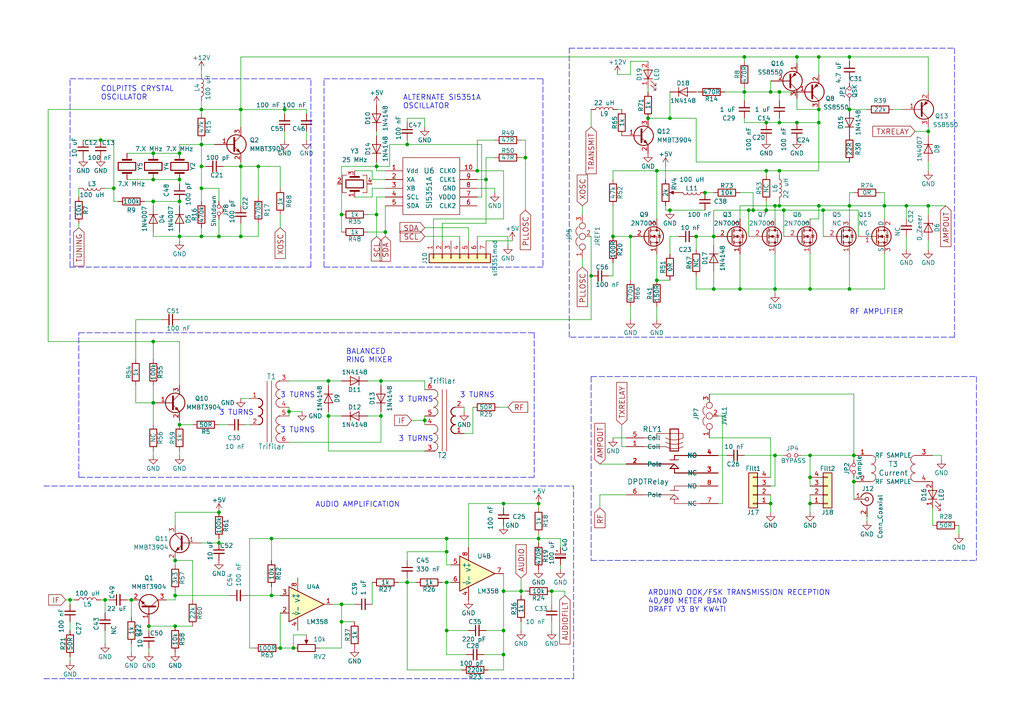
<source format=kicad_sch>
(kicad_sch (version 20211123) (generator eeschema)
  (paper "A4")
  (junction (at 234.95 83.82))
  (junction (at 231.14 16.51))
  (junction (at 262.89 59.69))
  (junction (at 237.49 31.75))
  (junction (at 52.07 58.42))
  (junction (at 44.45 116.84))
  (junction (at 204.47 55.88))
  (junction (at 58.42 31.75))
  (junction (at 160.02 171.45))
  (junction (at 50.8 181.61))
  (junction (at 194.31 34.29))
  (junction (at 146.05 189.865))
  (junction (at 129.54 160.02))
  (junction (at 156.21 156.21))
  (junction (at 215.9 26.67))
  (junction (at 63.5 157.48))
  (junction (at 227.33 60.96))
  (junction (at 207.01 68.58))
  (junction (at 52.07 68.58))
  (junction (at 95.25 120.65))
  (junction (at 74.93 48.26))
  (junction (at 140.97 52.07))
  (junction (at 156.21 146.05))
  (junction (at 38.1 173.99))
  (junction (at 269.24 38.1))
  (junction (at 83.82 119.38))
  (junction (at 78.74 172.72))
  (junction (at 109.22 62.23))
  (junction (at 110.49 110.49))
  (junction (at 246.38 31.75))
  (junction (at 222.25 35.56))
  (junction (at 215.9 16.51))
  (junction (at 201.93 68.58))
  (junction (at 129.54 182.88))
  (junction (at 226.06 49.53))
  (junction (at 226.06 35.56))
  (junction (at 222.25 49.53))
  (junction (at 222.25 60.96))
  (junction (at 44.45 52.07))
  (junction (at 81.28 187.96))
  (junction (at 223.52 26.67))
  (junction (at 182.88 68.58))
  (junction (at 224.79 59.69))
  (junction (at 190.5 49.53))
  (junction (at 29.21 40.64))
  (junction (at 246.38 16.51))
  (junction (at 58.42 48.26))
  (junction (at 33.02 54.61))
  (junction (at 226.06 59.69))
  (junction (at 58.42 41.91))
  (junction (at 123.19 121.92))
  (junction (at 44.45 99.06))
  (junction (at 78.74 156.21))
  (junction (at 44.45 58.42))
  (junction (at 111.76 67.31))
  (junction (at 82.55 31.75))
  (junction (at 187.96 34.29))
  (junction (at 69.85 68.58))
  (junction (at 256.54 59.69))
  (junction (at 52.07 123.19))
  (junction (at 129.54 156.21))
  (junction (at 63.5 68.58))
  (junction (at 152.4 45.72))
  (junction (at 146.05 171.45))
  (junction (at 110.49 120.65))
  (junction (at 99.06 180.34))
  (junction (at 129.54 168.91))
  (junction (at 58.42 54.61))
  (junction (at 224.79 83.82))
  (junction (at 217.17 60.96))
  (junction (at 247.65 139.7))
  (junction (at 138.43 49.53))
  (junction (at 237.49 59.69))
  (junction (at 247.65 132.08))
  (junction (at 237.49 16.51))
  (junction (at 118.11 168.91))
  (junction (at 50.8 162.56))
  (junction (at 218.44 60.96))
  (junction (at 234.95 132.08))
  (junction (at 237.49 35.56))
  (junction (at 194.31 60.96))
  (junction (at 269.24 59.69))
  (junction (at 118.11 41.91))
  (junction (at 95.25 110.49))
  (junction (at 171.45 80.01))
  (junction (at 85.09 187.96))
  (junction (at 20.32 173.99))
  (junction (at 207.01 83.82))
  (junction (at 52.07 44.45))
  (junction (at 234.95 146.05))
  (junction (at 146.05 146.05))
  (junction (at 146.05 182.88))
  (junction (at 214.63 83.82))
  (junction (at 63.5 148.59))
  (junction (at 30.48 173.99))
  (junction (at 69.85 48.26))
  (junction (at 43.18 181.61))
  (junction (at 52.07 52.07))
  (junction (at 231.14 35.56))
  (junction (at 50.8 172.72))
  (junction (at 109.22 48.26))
  (junction (at 234.95 138.43))
  (junction (at 99.06 175.26))
  (junction (at 69.85 31.75))
  (junction (at 99.06 62.23))
  (junction (at 226.06 26.67))
  (junction (at 44.45 44.45))
  (junction (at 223.52 146.05))
  (junction (at 151.13 171.45))
  (junction (at 177.8 68.58))
  (junction (at 246.38 59.69))
  (junction (at 58.42 68.58))
  (junction (at 190.5 81.28))
  (junction (at 224.79 132.08))
  (junction (at 238.76 60.96))
  (junction (at 246.38 83.82))
  (wire (pts (xy 58.42 68.58) (xy 63.5 68.58)))
  (wire (pts (xy 55.88 162.56) (xy 55.88 173.99)))
  (wire (pts (xy 43.18 189.23) (xy 43.18 187.96)))
  (wire (pts (xy 246.38 55.88) (xy 246.38 59.69)))
  (wire (pts (xy 147.32 118.11) (xy 144.78 118.11)))
  (wire (pts (xy 187.96 25.4) (xy 187.96 26.67)))
  (wire (pts (xy 193.04 59.69) (xy 193.04 60.96)))
  (wire (pts (xy 99.06 187.96) (xy 92.71 187.96)))
  (wire (pts (xy 265.43 38.1) (xy 269.24 38.1)))
  (wire (pts (xy 13.97 31.75) (xy 13.97 99.06)))
  (wire (pts (xy 95.25 130.81) (xy 123.19 130.81)))
  (wire (pts (xy 224.79 83.82) (xy 234.95 83.82)))
  (wire (pts (xy 129.54 156.21) (xy 129.54 160.02)))
  (wire (pts (xy 113.03 41.91) (xy 118.11 41.91)))
  (wire (pts (xy 63.5 63.5) (xy 63.5 68.58)))
  (wire (pts (xy 237.49 59.69) (xy 237.49 63.5)))
  (wire (pts (xy 109.22 57.15) (xy 111.76 57.15)))
  (wire (pts (xy 256.54 59.69) (xy 262.89 59.69)))
  (wire (pts (xy 33.02 54.61) (xy 33.02 58.42)))
  (wire (pts (xy 214.63 59.69) (xy 224.79 59.69)))
  (wire (pts (xy 99.06 175.26) (xy 99.06 180.34)))
  (wire (pts (xy 135.89 146.05) (xy 146.05 146.05)))
  (wire (pts (xy 29.21 173.99) (xy 30.48 173.99)))
  (polyline (pts (xy 93.98 77.47) (xy 93.98 22.86)))
  (wire (pts (xy 39.37 104.14) (xy 39.37 92.71)))
  (wire (pts (xy 110.49 110.49) (xy 110.49 111.76)))
  (wire (pts (xy 234.95 138.43) (xy 234.95 140.97)))
  (wire (pts (xy 278.13 154.94) (xy 278.13 152.4)))
  (wire (pts (xy 177.8 59.69) (xy 177.8 68.58)))
  (wire (pts (xy 52.07 99.06) (xy 52.07 111.76)))
  (wire (pts (xy 88.9 40.64) (xy 88.9 38.1)))
  (wire (pts (xy 50.8 181.61) (xy 55.88 181.61)))
  (wire (pts (xy 218.44 55.88) (xy 214.63 55.88)))
  (wire (pts (xy 50.8 152.4) (xy 50.8 148.59)))
  (wire (pts (xy 58.42 40.64) (xy 58.42 41.91)))
  (wire (pts (xy 69.85 48.26) (xy 69.85 59.69)))
  (wire (pts (xy 110.49 110.49) (xy 123.19 110.49)))
  (wire (pts (xy 226.06 34.29) (xy 226.06 35.56)))
  (wire (pts (xy 129.54 182.88) (xy 129.54 168.91)))
  (wire (pts (xy 85.09 184.15) (xy 88.9 184.15)))
  (wire (pts (xy 180.34 129.54) (xy 181.61 129.54)))
  (wire (pts (xy 223.52 140.97) (xy 224.79 140.97)))
  (wire (pts (xy 118.11 194.31) (xy 133.985 194.31)))
  (polyline (pts (xy 12.7 140.97) (xy 166.37 140.97)))
  (wire (pts (xy 20.32 173.99) (xy 21.59 173.99)))
  (wire (pts (xy 207.01 68.58) (xy 207.01 71.12)))
  (wire (pts (xy 226.06 49.53) (xy 226.06 50.8)))
  (wire (pts (xy 246.38 22.86) (xy 246.38 24.13)))
  (wire (pts (xy 152.4 40.64) (xy 152.4 45.72)))
  (wire (pts (xy 123.19 34.29) (xy 118.11 34.29)))
  (wire (pts (xy 194.31 73.66) (xy 194.31 68.58)))
  (wire (pts (xy 246.38 31.75) (xy 251.46 31.75)))
  (wire (pts (xy 50.8 148.59) (xy 63.5 148.59)))
  (wire (pts (xy 173.99 143.51) (xy 181.61 143.51)))
  (wire (pts (xy 207.01 60.96) (xy 207.01 68.58)))
  (wire (pts (xy 238.76 60.96) (xy 238.76 68.58)))
  (wire (pts (xy 50.8 172.72) (xy 50.8 173.99)))
  (wire (pts (xy 218.44 60.96) (xy 218.44 55.88)))
  (wire (pts (xy 237.49 63.5) (xy 234.95 63.5)))
  (wire (pts (xy 214.63 83.82) (xy 224.79 83.82)))
  (polyline (pts (xy 171.45 162.56) (xy 283.21 162.56)))
  (polyline (pts (xy 90.17 77.47) (xy 90.17 22.86)))
  (polyline (pts (xy 93.98 22.86) (xy 157.48 22.86)))
  (wire (pts (xy 58.42 41.91) (xy 62.23 41.91)))
  (wire (pts (xy 58.42 20.32) (xy 58.42 21.59)))
  (wire (pts (xy 78.74 156.21) (xy 129.54 156.21)))
  (wire (pts (xy 182.88 68.58) (xy 182.88 81.28)))
  (wire (pts (xy 74.93 57.15) (xy 74.93 48.26)))
  (wire (pts (xy 110.49 120.65) (xy 106.68 120.65)))
  (wire (pts (xy 139.7 57.15) (xy 138.43 57.15)))
  (wire (pts (xy 180.34 123.19) (xy 180.34 129.54)))
  (wire (pts (xy 138.43 68.58) (xy 147.32 68.58)))
  (wire (pts (xy 177.8 76.2) (xy 177.8 80.01)))
  (wire (pts (xy 222.25 58.42) (xy 222.25 60.96)))
  (wire (pts (xy 247.65 139.7) (xy 247.65 144.78)))
  (wire (pts (xy 74.93 48.26) (xy 81.28 48.26)))
  (wire (pts (xy 72.39 156.21) (xy 78.74 156.21)))
  (wire (pts (xy 151.13 171.45) (xy 152.4 171.45)))
  (wire (pts (xy 44.45 44.45) (xy 52.07 44.45)))
  (wire (pts (xy 123.19 36.83) (xy 123.19 34.29)))
  (wire (pts (xy 140.97 45.72) (xy 140.97 52.07)))
  (wire (pts (xy 222.25 35.56) (xy 226.06 35.56)))
  (wire (pts (xy 177.8 49.53) (xy 177.8 52.07)))
  (wire (pts (xy 146.05 171.45) (xy 146.05 182.88)))
  (wire (pts (xy 247.65 114.3) (xy 247.65 132.08)))
  (wire (pts (xy 99.06 48.26) (xy 109.22 48.26)))
  (wire (pts (xy 129.54 160.02) (xy 129.54 163.83)))
  (wire (pts (xy 224.79 132.08) (xy 227.33 132.08)))
  (wire (pts (xy 156.21 154.94) (xy 156.21 156.21)))
  (wire (pts (xy 123.19 68.58) (xy 133.35 68.58)))
  (wire (pts (xy 69.85 16.51) (xy 69.85 31.75)))
  (wire (pts (xy 163.83 172.72) (xy 163.83 171.45)))
  (wire (pts (xy 63.5 123.19) (xy 66.04 123.19)))
  (wire (pts (xy 177.8 80.01) (xy 176.53 80.01)))
  (wire (pts (xy 234.95 132.08) (xy 234.95 138.43)))
  (wire (pts (xy 78.74 162.56) (xy 78.74 156.21)))
  (wire (pts (xy 208.28 132.08) (xy 210.82 132.08)))
  (wire (pts (xy 248.92 60.96) (xy 248.92 68.58)))
  (wire (pts (xy 64.77 48.26) (xy 69.85 48.26)))
  (wire (pts (xy 147.32 68.58) (xy 147.32 71.12)))
  (wire (pts (xy 58.42 41.91) (xy 58.42 48.26)))
  (wire (pts (xy 81.28 48.26) (xy 81.28 54.61)))
  (wire (pts (xy 109.22 39.37) (xy 109.22 38.1)))
  (wire (pts (xy 194.31 68.58) (xy 196.85 68.58)))
  (wire (pts (xy 138.43 52.07) (xy 140.97 52.07)))
  (wire (pts (xy 269.24 36.83) (xy 269.24 38.1)))
  (wire (pts (xy 180.34 31.75) (xy 179.07 31.75)))
  (wire (pts (xy 205.74 127) (xy 223.52 127)))
  (polyline (pts (xy 157.48 77.47) (xy 93.98 77.47)))
  (wire (pts (xy 137.16 118.11) (xy 137.16 125.73)))
  (wire (pts (xy 151.13 167.64) (xy 151.13 171.45)))
  (wire (pts (xy 22.86 54.61) (xy 22.86 57.15)))
  (polyline (pts (xy 154.94 138.43) (xy 22.86 138.43)))
  (polyline (pts (xy 171.45 109.22) (xy 171.45 162.56)))
  (wire (pts (xy 269.24 16.51) (xy 269.24 26.67)))
  (wire (pts (xy 74.93 68.58) (xy 74.93 64.77)))
  (wire (pts (xy 52.07 52.07) (xy 52.07 53.34)))
  (wire (pts (xy 38.1 173.99) (xy 38.1 179.07)))
  (wire (pts (xy 269.24 62.23) (xy 269.24 59.69)))
  (wire (pts (xy 140.97 69.85) (xy 148.59 69.85)))
  (wire (pts (xy 217.17 60.96) (xy 218.44 60.96)))
  (wire (pts (xy 201.93 83.82) (xy 207.01 83.82)))
  (wire (pts (xy 143.51 54.61) (xy 138.43 54.61)))
  (wire (pts (xy 246.38 16.51) (xy 269.24 16.51)))
  (wire (pts (xy 210.185 26.67) (xy 215.9 26.67)))
  (wire (pts (xy 146.05 166.37) (xy 146.05 171.45)))
  (wire (pts (xy 50.8 171.45) (xy 50.8 172.72)))
  (wire (pts (xy 52.07 44.45) (xy 52.07 41.91)))
  (wire (pts (xy 238.76 60.96) (xy 248.92 60.96)))
  (wire (pts (xy 143.51 55.88) (xy 143.51 54.61)))
  (wire (pts (xy 107.95 57.15) (xy 102.87 57.15)))
  (wire (pts (xy 223.52 127) (xy 223.52 138.43)))
  (wire (pts (xy 24.13 40.64) (xy 29.21 40.64)))
  (wire (pts (xy 78.74 172.72) (xy 81.28 172.72)))
  (wire (pts (xy 69.85 31.75) (xy 82.55 31.75)))
  (wire (pts (xy 58.42 157.48) (xy 63.5 157.48)))
  (wire (pts (xy 69.85 68.58) (xy 69.85 64.77)))
  (wire (pts (xy 269.24 46.99) (xy 269.24 49.53)))
  (wire (pts (xy 52.07 68.58) (xy 58.42 68.58)))
  (wire (pts (xy 202.565 26.67) (xy 201.93 26.67)))
  (wire (pts (xy 58.42 68.58) (xy 58.42 66.04)))
  (wire (pts (xy 30.48 177.8) (xy 30.48 173.99)))
  (wire (pts (xy 58.42 48.26) (xy 58.42 54.61)))
  (wire (pts (xy 52.07 132.08) (xy 52.07 130.81)))
  (wire (pts (xy 173.99 134.62) (xy 181.61 134.62)))
  (wire (pts (xy 83.82 118.11) (xy 83.82 119.38)))
  (wire (pts (xy 63.5 68.58) (xy 69.85 68.58)))
  (wire (pts (xy 226.06 49.53) (xy 237.49 49.53)))
  (wire (pts (xy 106.68 110.49) (xy 110.49 110.49)))
  (wire (pts (xy 190.5 92.71) (xy 190.5 88.9)))
  (wire (pts (xy 129.54 168.91) (xy 130.81 168.91)))
  (wire (pts (xy 269.24 72.39) (xy 269.24 69.85)))
  (wire (pts (xy 270.51 147.32) (xy 270.51 152.4)))
  (wire (pts (xy 193.04 60.96) (xy 194.31 60.96)))
  (wire (pts (xy 13.97 31.75) (xy 58.42 31.75)))
  (wire (pts (xy 224.79 140.97) (xy 224.79 132.08)))
  (wire (pts (xy 123.19 110.49) (xy 123.19 113.03)))
  (wire (pts (xy 209.55 120.65) (xy 209.55 146.05)))
  (wire (pts (xy 160.02 182.88) (xy 160.02 180.34)))
  (wire (pts (xy 231.14 16.51) (xy 237.49 16.51)))
  (wire (pts (xy 215.9 35.56) (xy 215.9 34.29)))
  (wire (pts (xy 96.52 175.26) (xy 99.06 175.26)))
  (wire (pts (xy 123.19 121.92) (xy 119.38 121.92)))
  (polyline (pts (xy 22.86 96.52) (xy 154.94 96.52)))
  (wire (pts (xy 215.9 132.08) (xy 224.79 132.08)))
  (wire (pts (xy 171.45 68.58) (xy 171.45 80.01)))
  (wire (pts (xy 69.85 48.26) (xy 74.93 48.26)))
  (wire (pts (xy 156.21 146.05) (xy 156.21 147.32)))
  (wire (pts (xy 226.06 35.56) (xy 231.14 35.56)))
  (wire (pts (xy 190.5 81.28) (xy 194.31 81.28)))
  (wire (pts (xy 193.04 48.26) (xy 193.04 52.07)))
  (wire (pts (xy 194.31 26.67) (xy 194.31 34.29)))
  (wire (pts (xy 111.76 54.61) (xy 107.95 54.61)))
  (wire (pts (xy 269.24 59.69) (xy 274.32 59.69)))
  (polyline (pts (xy 20.32 77.47) (xy 90.17 77.47)))
  (wire (pts (xy 182.88 21.59) (xy 182.88 17.78)))
  (wire (pts (xy 129.54 163.83) (xy 130.81 163.83)))
  (wire (pts (xy 226.06 26.67) (xy 229.87 26.67)))
  (wire (pts (xy 73.66 187.96) (xy 72.39 187.96)))
  (wire (pts (xy 95.25 110.49) (xy 99.06 110.49)))
  (wire (pts (xy 109.22 57.15) (xy 109.22 62.23)))
  (wire (pts (xy 171.45 92.71) (xy 52.07 92.71)))
  (wire (pts (xy 95.25 120.65) (xy 95.25 130.81)))
  (wire (pts (xy 39.37 116.84) (xy 39.37 111.76)))
  (wire (pts (xy 58.42 54.61) (xy 58.42 58.42)))
  (wire (pts (xy 110.49 120.65) (xy 110.49 128.27)))
  (wire (pts (xy 201.93 72.39) (xy 201.93 68.58)))
  (wire (pts (xy 223.52 143.51) (xy 223.52 146.05)))
  (wire (pts (xy 246.38 73.66) (xy 246.38 83.82)))
  (wire (pts (xy 58.42 31.75) (xy 58.42 33.02)))
  (wire (pts (xy 223.52 146.05) (xy 223.52 148.59)))
  (wire (pts (xy 36.83 44.45) (xy 44.45 44.45)))
  (wire (pts (xy 81.28 187.96) (xy 85.09 187.96)))
  (wire (pts (xy 246.38 59.69) (xy 246.38 63.5)))
  (wire (pts (xy 113.03 48.26) (xy 113.03 41.91)))
  (wire (pts (xy 115.57 168.91) (xy 118.11 168.91)))
  (wire (pts (xy 99.06 62.23) (xy 99.06 67.31)))
  (wire (pts (xy 152.4 45.72) (xy 152.4 60.96)))
  (wire (pts (xy 109.22 62.23) (xy 106.68 62.23)))
  (wire (pts (xy 111.76 59.69) (xy 111.76 67.31)))
  (wire (pts (xy 20.32 182.88) (xy 20.32 180.34)))
  (wire (pts (xy 146.05 171.45) (xy 151.13 171.45)))
  (wire (pts (xy 107.95 168.91) (xy 107.95 175.26)))
  (wire (pts (xy 20.32 191.77) (xy 20.32 190.5)))
  (wire (pts (xy 223.52 23.495) (xy 223.52 26.67)))
  (polyline (pts (xy 283.21 109.22) (xy 283.21 162.56)))
  (wire (pts (xy 29.21 40.64) (xy 33.02 40.64)))
  (wire (pts (xy 146.05 146.05) (xy 156.21 146.05)))
  (polyline (pts (xy 171.45 109.22) (xy 283.21 109.22)))
  (wire (pts (xy 207.01 83.82) (xy 214.63 83.82)))
  (wire (pts (xy 44.45 132.08) (xy 44.45 130.81)))
  (wire (pts (xy 128.27 64.77) (xy 128.27 69.85)))
  (wire (pts (xy 43.18 182.88) (xy 43.18 181.61)))
  (wire (pts (xy 123.19 120.65) (xy 123.19 121.92)))
  (wire (pts (xy 30.48 186.69) (xy 30.48 182.88)))
  (wire (pts (xy 201.93 46.99) (xy 246.38 46.99)))
  (wire (pts (xy 262.89 59.69) (xy 269.24 59.69)))
  (wire (pts (xy 118.11 168.91) (xy 118.11 194.31)))
  (wire (pts (xy 215.9 16.51) (xy 215.9 17.78)))
  (wire (pts (xy 251.46 151.13) (xy 251.46 149.86)))
  (wire (pts (xy 36.83 52.07) (xy 44.45 52.07)))
  (wire (pts (xy 118.11 160.02) (xy 129.54 160.02)))
  (wire (pts (xy 190.5 81.28) (xy 190.5 73.66)))
  (wire (pts (xy 146.05 49.53) (xy 146.05 63.5)))
  (wire (pts (xy 44.45 52.07) (xy 52.07 52.07)))
  (wire (pts (xy 30.48 54.61) (xy 33.02 54.61)))
  (wire (pts (xy 231.14 31.75) (xy 237.49 31.75)))
  (wire (pts (xy 146.05 147.32) (xy 146.05 146.05)))
  (wire (pts (xy 207.01 78.74) (xy 207.01 83.82)))
  (wire (pts (xy 234.95 83.82) (xy 246.38 83.82)))
  (wire (pts (xy 246.38 59.69) (xy 256.54 59.69)))
  (wire (pts (xy 129.54 156.21) (xy 156.21 156.21)))
  (wire (pts (xy 140.97 45.72) (xy 143.51 45.72)))
  (wire (pts (xy 111.76 67.31) (xy 106.68 67.31)))
  (polyline (pts (xy 157.48 22.86) (xy 157.48 77.47)))
  (wire (pts (xy 261.62 31.75) (xy 259.08 31.75)))
  (wire (pts (xy 99.06 180.34) (xy 102.87 180.34)))
  (wire (pts (xy 226.06 59.69) (xy 237.49 59.69)))
  (wire (pts (xy 160.02 171.45) (xy 160.02 175.26)))
  (polyline (pts (xy 165.1 13.97) (xy 276.86 13.97)))
  (wire (pts (xy 107.95 52.07) (xy 107.95 49.53)))
  (wire (pts (xy 139.7 41.91) (xy 139.7 57.15)))
  (wire (pts (xy 69.85 46.99) (xy 69.85 48.26)))
  (wire (pts (xy 247.65 55.88) (xy 246.38 55.88)))
  (wire (pts (xy 177.8 68.58) (xy 182.88 68.58)))
  (wire (pts (xy 138.43 40.64) (xy 143.51 40.64)))
  (wire (pts (xy 237.49 49.53) (xy 237.49 35.56)))
  (wire (pts (xy 214.63 63.5) (xy 214.63 59.69)))
  (wire (pts (xy 125.73 63.5) (xy 125.73 69.85)))
  (wire (pts (xy 194.31 60.96) (xy 204.47 60.96)))
  (wire (pts (xy 204.47 55.88) (xy 207.01 55.88)))
  (wire (pts (xy 52.07 41.91) (xy 58.42 41.91)))
  (wire (pts (xy 262.89 72.39) (xy 262.89 68.58)))
  (wire (pts (xy 44.45 99.06) (xy 52.07 99.06)))
  (wire (pts (xy 107.95 54.61) (xy 107.95 57.15)))
  (wire (pts (xy 63.5 157.48) (xy 63.5 156.21)))
  (wire (pts (xy 227.33 60.96) (xy 238.76 60.96)))
  (wire (pts (xy 52.07 68.58) (xy 52.07 69.85)))
  (wire (pts (xy 217.17 68.58) (xy 217.17 60.96)))
  (wire (pts (xy 146.05 182.88) (xy 146.05 189.865)))
  (wire (pts (xy 44.45 116.84) (xy 39.37 116.84)))
  (wire (pts (xy 39.37 92.71) (xy 46.99 92.71)))
  (wire (pts (xy 69.85 16.51) (xy 215.9 16.51)))
  (wire (pts (xy 72.39 156.21) (xy 72.39 187.96)))
  (wire (pts (xy 50.8 173.99) (xy 48.26 173.99)))
  (wire (pts (xy 255.27 55.88) (xy 256.54 55.88)))
  (wire (pts (xy 82.55 40.64) (xy 82.55 38.1)))
  (wire (pts (xy 214.63 73.66) (xy 214.63 83.82)))
  (wire (pts (xy 256.54 59.69) (xy 256.54 63.5)))
  (wire (pts (xy 107.95 49.53) (xy 102.87 49.53)))
  (wire (pts (xy 82.55 31.75) (xy 88.9 31.75)))
  (wire (pts (xy 146.05 189.865) (xy 146.05 194.31)))
  (wire (pts (xy 135.89 66.04) (xy 135.89 69.85)))
  (wire (pts (xy 168.91 59.69) (xy 168.91 62.23)))
  (wire (pts (xy 171.45 36.83) (xy 171.45 31.75)))
  (wire (pts (xy 52.07 121.92) (xy 52.07 123.19)))
  (wire (pts (xy 99.06 120.65) (xy 95.25 120.65)))
  (wire (pts (xy 44.45 68.58) (xy 52.07 68.58)))
  (wire (pts (xy 63.5 54.61) (xy 63.5 58.42)))
  (wire (pts (xy 215.9 29.21) (xy 215.9 26.67)))
  (wire (pts (xy 83.82 119.38) (xy 83.82 120.65)))
  (wire (pts (xy 218.44 60.96) (xy 222.25 60.96)))
  (wire (pts (xy 44.45 111.76) (xy 44.45 116.84)))
  (wire (pts (xy 222.25 49.53) (xy 222.25 50.8)))
  (wire (pts (xy 194.31 34.29) (xy 201.93 34.29)))
  (wire (pts (xy 256.54 55.88) (xy 256.54 59.69)))
  (wire (pts (xy 237.49 16.51) (xy 246.38 16.51)))
  (wire (pts (xy 41.91 58.42) (xy 44.45 58.42)))
  (wire (pts (xy 190.5 49.53) (xy 222.25 49.53)))
  (wire (pts (xy 111.76 52.07) (xy 107.95 52.07)))
  (wire (pts (xy 232.41 132.08) (xy 234.95 132.08)))
  (polyline (pts (xy 22.86 138.43) (xy 22.86 96.52)))
  (wire (pts (xy 182.88 92.71) (xy 182.88 88.9)))
  (wire (pts (xy 187.96 34.29) (xy 194.31 34.29)))
  (wire (pts (xy 58.42 54.61) (xy 63.5 54.61)))
  (wire (pts (xy 182.88 17.78) (xy 187.96 17.78)))
  (wire (pts (xy 44.45 116.84) (xy 44.45 123.19)))
  (wire (pts (xy 83.82 110.49) (xy 95.25 110.49)))
  (wire (pts (xy 69.85 31.75) (xy 69.85 36.83)))
  (wire (pts (xy 109.22 49.53) (xy 111.76 49.53)))
  (wire (pts (xy 215.9 26.67) (xy 223.52 26.67)))
  (wire (pts (xy 81.28 62.23) (xy 81.28 66.04)))
  (wire (pts (xy 138.43 49.53) (xy 138.43 40.64)))
  (wire (pts (xy 87.63 119.38) (xy 83.82 119.38)))
  (wire (pts (xy 69.85 115.57) (xy 72.39 115.57)))
  (wire (pts (xy 162.56 156.21) (xy 162.56 158.75)))
  (wire (pts (xy 118.11 167.64) (xy 118.11 168.91)))
  (wire (pts (xy 118.11 168.91) (xy 120.65 168.91)))
  (wire (pts (xy 222.25 49.53) (xy 226.06 49.53)))
  (wire (pts (xy 95.25 119.38) (xy 95.25 120.65)))
  (wire (pts (xy 33.02 58.42) (xy 34.29 58.42)))
  (wire (pts (xy 138.43 49.53) (xy 146.05 49.53)))
  (wire (pts (xy 55.88 162.56) (xy 50.8 162.56)))
  (wire (pts (xy 205.74 114.3) (xy 247.65 114.3)))
  (wire (pts (xy 201.93 34.29) (xy 201.93 46.99)))
  (wire (pts (xy 140.335 189.865) (xy 146.05 189.865)))
  (wire (pts (xy 209.55 146.05) (xy 208.28 146.05)))
  (wire (pts (xy 50.8 172.72) (xy 66.675 172.72)))
  (wire (pts (xy 44.45 104.14) (xy 44.45 99.06)))
  (wire (pts (xy 179.07 21.59) (xy 182.88 21.59)))
  (wire (pts (xy 223.52 26.67) (xy 226.06 26.67)))
  (wire (pts (xy 20.32 175.26) (xy 20.32 173.99)))
  (wire (pts (xy 71.12 123.19) (xy 72.39 123.19)))
  (wire (pts (xy 44.45 58.42) (xy 44.45 59.69)))
  (wire (pts (xy 237.49 59.69) (xy 246.38 59.69)))
  (wire (pts (xy 224.79 63.5) (xy 224.79 59.69)))
  (wire (pts (xy 110.49 128.27) (xy 83.82 128.27)))
  (wire (pts (xy 237.49 16.51) (xy 237.49 21.59)))
  (wire (pts (xy 138.43 69.85) (xy 138.43 68.58)))
  (wire (pts (xy 231.14 28.575) (xy 231.14 31.75)))
  (wire (pts (xy 146.05 182.88) (xy 140.97 182.88)))
  (wire (pts (xy 222.25 35.56) (xy 215.9 35.56)))
  (wire (pts (xy 262.89 63.5) (xy 262.89 59.69)))
  (wire (pts (xy 273.05 132.08) (xy 270.51 132.08)))
  (wire (pts (xy 226.06 26.67) (xy 226.06 29.21)))
  (wire (pts (xy 173.99 143.51) (xy 173.99 147.32)))
  (wire (pts (xy 99.06 48.26) (xy 99.06 62.23)))
  (wire (pts (xy 231.14 35.56) (xy 237.49 35.56)))
  (wire (pts (xy 234.95 132.08) (xy 247.65 132.08)))
  (wire (pts (xy 133.35 68.58) (xy 133.35 69.85)))
  (wire (pts (xy 58.42 31.75) (xy 69.85 31.75)))
  (wire (pts (xy 141.605 194.31) (xy 146.05 194.31)))
  (wire (pts (xy 118.11 41.91) (xy 139.7 41.91)))
  (polyline (pts (xy 20.32 22.86) (xy 90.17 22.86)))
  (wire (pts (xy 135.255 189.865) (xy 129.54 189.865)))
  (wire (pts (xy 231.14 16.51) (xy 231.14 18.415)))
  (wire (pts (xy 140.97 52.07) (xy 140.97 64.77)))
  (wire (pts (xy 140.97 64.77) (xy 128.27 64.77)))
  (wire (pts (xy 215.9 25.4) (xy 215.9 26.67)))
  (polyline (pts (xy 165.1 97.79) (xy 165.1 13.97)))
  (wire (pts (xy 247.65 132.08) (xy 247.65 133.35)))
  (wire (pts (xy 52.07 67.31) (xy 52.07 68.58)))
  (wire (pts (xy 269.24 38.1) (xy 269.24 39.37)))
  (wire (pts (xy 215.9 16.51) (xy 231.14 16.51)))
  (wire (pts (xy 207.01 60.96) (xy 217.17 60.96)))
  (wire (pts (xy 224.79 83.82) (xy 224.79 85.09)))
  (wire (pts (xy 30.48 173.99) (xy 31.75 173.99)))
  (wire (pts (xy 224.79 59.69) (xy 226.06 59.69)))
  (polyline (pts (xy 276.86 13.97) (xy 276.86 97.79)))
  (polyline (pts (xy 276.86 97.79) (xy 165.1 97.79)))
  (wire (pts (xy 99.06 180.34) (xy 99.06 187.96)))
  (wire (pts (xy 273.05 133.35) (xy 273.05 132.08)))
  (wire (pts (xy 118.11 162.56) (xy 118.11 160.02)))
  (wire (pts (xy 50.8 162.56) (xy 50.8 163.83)))
  (wire (pts (xy 163.83 171.45) (xy 160.02 171.45)))
  (wire (pts (xy 151.13 40.64) (xy 152.4 40.64)))
  (wire (pts (xy 246.38 29.21) (xy 246.38 31.75)))
  (wire (pts (xy 118.11 34.29) (xy 118.11 35.56)))
  (wire (pts (xy 58.42 48.26) (xy 59.69 48.26)))
  (wire (pts (xy 43.18 181.61) (xy 50.8 181.61)))
  (wire (pts (xy 156.21 156.21) (xy 162.56 156.21)))
  (wire (pts (xy 234.95 73.66) (xy 234.95 83.82)))
  (wire (pts (xy 22.86 66.04) (xy 22.86 64.77)))
  (wire (pts (xy 52.07 58.42) (xy 52.07 59.69)))
  (wire (pts (xy 227.33 60.96) (xy 227.33 68.58)))
  (wire (pts (xy 123.19 121.92) (xy 123.19 123.19)))
  (wire (pts (xy 95.25 111.76) (xy 95.25 110.49)))
  (wire (pts (xy 222.25 60.96) (xy 227.33 60.96)))
  (wire (pts (xy 224.79 73.66) (xy 224.79 83.82)))
  (wire (pts (xy 110.49 119.38) (xy 110.49 120.65)))
  (wire (pts (xy 246.38 17.78) (xy 246.38 16.51)))
  (wire (pts (xy 78.74 170.18) (xy 78.74 172.72)))
  (polyline (pts (xy 12.7 196.85) (xy 166.37 196.85)))
  (wire (pts (xy 135.89 146.05) (xy 135.89 158.75)))
  (wire (pts (xy 19.05 173.99) (xy 20.32 173.99)))
  (wire (pts (xy 151.13 171.45) (xy 151.13 172.72)))
  (wire (pts (xy 109.22 46.99) (xy 109.22 48.26)))
  (polyline (pts (xy 154.94 96.52) (xy 154.94 138.43)))
  (wire (pts (xy 256.54 83.82) (xy 256.54 73.66)))
  (wire (pts (xy 44.45 58.42) (xy 52.07 58.42)))
  (wire (pts (xy 156.21 156.21) (xy 156.21 157.48)))
  (wire (pts (xy 109.22 48.26) (xy 109.22 49.53)))
  (wire (pts (xy 52.07 123.19) (xy 55.88 123.19)))
  (wire (pts (xy 237.49 35.56) (xy 237.49 31.75)))
  (wire (pts (xy 109.22 48.26) (xy 113.03 48.26)))
  (wire (pts (xy 190.5 49.53) (xy 190.5 63.5)))
  (wire (pts (xy 135.89 182.88) (xy 129.54 182.88)))
  (wire (pts (xy 168.91 77.47) (xy 168.91 74.93)))
  (wire (pts (xy 171.45 80.01) (xy 171.45 92.71)))
  (wire (pts (xy 151.13 182.88) (xy 151.13 180.34)))
  (wire (pts (xy 109.22 62.23) (xy 109.22 68.58)))
  (wire (pts (xy 85.09 187.96) (xy 85.09 184.15)))
  (wire (pts (xy 177.8 49.53) (xy 190.5 49.53)))
  (wire (pts (xy 88.9 31.75) (xy 88.9 33.02)))
  (polyline (pts (xy 166.37 196.85) (xy 166.37 140.97)))
  (wire (pts (xy 209.55 120.65) (xy 208.28 120.65)))
  (wire (pts (xy 129.54 189.865) (xy 129.54 182.88)))
  (wire (pts (xy 246.38 83.82) (xy 256.54 83.82)))
  (wire (pts (xy 146.05 63.5) (xy 125.73 63.5)))
  (wire (pts (xy 36.83 173.99) (xy 38.1 173.99)))
  (wire (pts (xy 201.93 68.58) (xy 207.01 68.58)))
  (wire (pts (xy 69.85 68.58) (xy 74.93 68.58)))
  (wire (pts (xy 111.76 67.31) (xy 111.76 68.58)))
  (wire (pts (xy 234.95 143.51) (xy 234.95 146.05)))
  (wire (pts (xy 71.755 172.72) (xy 78.74 172.72)))
  (wire (pts (xy 181.61 127) (xy 177.8 127)))
  (wire (pts (xy 226.06 58.42) (xy 226.06 59.69)))
  (wire (pts (xy 152.4 45.72) (xy 151.13 45.72)))
  (wire (pts (xy 123.19 66.04) (xy 135.89 66.04)))
  (wire (pts (xy 118.11 41.91) (xy 118.11 40.64)))
  (wire (pts (xy 162.56 165.1) (xy 162.56 163.83)))
  (wire (pts (xy 201.93 80.01) (xy 201.93 83.82)))
  (wire (pts (xy 13.97 99.06) (xy 44.45 99.06)))
  (polyline (pts (xy 20.32 77.47) (xy 20.32 22.86)))
  (wire (pts (xy 81.28 177.8) (xy 81.28 187.96)))
  (wire (pts (xy 82.55 31.75) (xy 82.55 33.02)))
  (wire (pts (xy 134.62 119.38) (xy 134.62 118.11)))
  (wire (pts (xy 234.95 146.05) (xy 234.95 148.59)))
  (wire (pts (xy 44.45 68.58) (xy 44.45 67.31)))
  (wire (pts (xy 99.06 175.26) (xy 102.87 175.26)))
  (wire (pts (xy 247.65 138.43) (xy 247.65 139.7)))
  (wire (pts (xy 58.42 29.21) (xy 58.42 31.75)))
  (wire (pts (xy 128.27 168.91) (xy 129.54 168.91)))
  (wire (pts (xy 38.1 189.23) (xy 38.1 186.69)))
  (wire (pts (xy 137.16 125.73) (xy 134.62 125.73)))
  (wire (pts (xy 33.02 40.64) (xy 33.02 54.61)))
  (text "AUDIO AMPLIFICATION " (at 91.44 147.32 0) (effects (font (size 1.524 1.524)) (justify left bottom)))
  (text "ARDUINO OOK/FSK TRANSMISSION RECEPTION\n40/80 METER BAND\nDRAFT V3 BY KW4TI" (at 187.96 177.8 0) (effects (font (size 1.524 1.524)) (justify left bottom)))
  (text "3 TURNS" (at 81.28 115.57 0) (effects (font (size 1.524 1.524)) (justify left bottom)))
  (text "ALTERNATE SI5351A\nOSCILLATOR" (at 116.84 31.75 0) (effects (font (size 1.524 1.524)) (justify left bottom)))
  (text "3 TURNS\n" (at 133.35 115.57 0) (effects (font (size 1.524 1.524)) (justify left bottom)))
  (text "3 TURNS" (at 63.5 120.65 0) (effects (font (size 1.524 1.524)) (justify left bottom)))
  (text "3 TURNS\n" (at 115.57 128.27 0) (effects (font (size 1.524 1.524)) (justify left bottom)))
  (text "3 TURNS" (at 115.57 116.84 0) (effects (font (size 1.524 1.524)) (justify left bottom)))
  (text "COLPITTS CRYSTAL\nOSCILLATOR" (at 29.21 29.21 0) (effects (font (size 1.524 1.524)) (justify left bottom)))
  (text "RF AMPLIFIER" (at 246.38 91.44 0) (effects (font (size 1.524 1.524)) (justify left bottom)))
  (text "BALANCED\nRING MIXER" (at 100.33 105.41 0) (effects (font (size 1.524 1.524)) (justify left bottom)))
  (text "3 TURNS\n" (at 81.28 125.73 0) (effects (font (size 1.524 1.524)) (justify left bottom)))
  (global_label "AMPOUT" (shape input) (at 173.99 134.62 90) (effects (font (size 1.524 1.524))) (property "Intersheet References" "${INTERSHEET_REFS}" (effects hide)))
  (global_label "XOSC" (shape input) (at 81.28 66.04 270) (effects (font (size 1.524 1.524))) (property "Intersheet References" "${INTERSHEET_REFS}" (effects hide)))
  (global_label "RF" (shape input) (at 173.99 147.32 270) (effects (font (size 1.524 1.524))) (property "Intersheet References" "${INTERSHEET_REFS}" (effects hide)))
  (global_label "AUDIOFILT" (shape input) (at 163.83 172.72 270) (effects (font (size 1.524 1.524))) (property "Intersheet References" "${INTERSHEET_REFS}" (effects hide)))
  (global_label "TXRELAY" (shape input) (at 180.34 123.19 90) (effects (font (size 1.524 1.524))) (property "Intersheet References" "${INTERSHEET_REFS}" (effects hide)))
  (global_label "SDA" (shape input) (at 123.19 66.04 180) (effects (font (size 1.524 1.524))) (property "Intersheet References" "${INTERSHEET_REFS}" (effects hide)))
  (global_label "SDA" (shape input) (at 111.76 68.58 270) (effects (font (size 1.524 1.524))) (property "Intersheet References" "${INTERSHEET_REFS}" (effects hide)))
  (global_label "SCL" (shape input) (at 123.19 68.58 180) (effects (font (size 1.524 1.524))) (property "Intersheet References" "${INTERSHEET_REFS}" (effects hide)))
  (global_label "RF" (shape input) (at 147.32 118.11 0) (effects (font (size 1.524 1.524))) (property "Intersheet References" "${INTERSHEET_REFS}" (effects hide)))
  (global_label "TUNING" (shape input) (at 22.86 66.04 270) (effects (font (size 1.524 1.524))) (property "Intersheet References" "${INTERSHEET_REFS}" (effects hide)))
  (global_label "XOSC" (shape input) (at 168.91 59.69 90) (effects (font (size 1.524 1.524))) (property "Intersheet References" "${INTERSHEET_REFS}" (effects hide)))
  (global_label "IF" (shape input) (at 119.38 121.92 180) (effects (font (size 1.524 1.524))) (property "Intersheet References" "${INTERSHEET_REFS}" (effects hide)))
  (global_label "AMPOUT" (shape input) (at 274.32 59.69 270) (effects (font (size 1.524 1.524))) (property "Intersheet References" "${INTERSHEET_REFS}" (effects hide)))
  (global_label "SCL" (shape input) (at 109.22 68.58 270) (effects (font (size 1.524 1.524))) (property "Intersheet References" "${INTERSHEET_REFS}" (effects hide)))
  (global_label "IF" (shape input) (at 19.05 173.99 180) (effects (font (size 1.524 1.524))) (property "Intersheet References" "${INTERSHEET_REFS}" (effects hide)))
  (global_label "TXRELAY" (shape input) (at 265.43 38.1 180) (effects (font (size 1.524 1.524))) (property "Intersheet References" "${INTERSHEET_REFS}" (effects hide)))
  (global_label "TRANSMIT" (shape input) (at 171.45 36.83 270) (effects (font (size 1.524 1.524))) (property "Intersheet References" "${INTERSHEET_REFS}" (effects hide)))
  (global_label "AUDIO" (shape input) (at 151.13 167.64 90) (effects (font (size 1.524 1.524))) (property "Intersheet References" "${INTERSHEET_REFS}" (effects hide)))
  (global_label "PLLOSC" (shape input) (at 152.4 60.96 270) (effects (font (size 1.524 1.524))) (property "Intersheet References" "${INTERSHEET_REFS}" (effects hide)))
  (global_label "PLLOSC" (shape input) (at 168.91 77.47 270) (effects (font (size 1.524 1.524))) (property "Intersheet References" "${INTERSHEET_REFS}" (effects hide)))
  (symbol (lib_id "RFBitBangSMT-rescue:+12V") (at 58.42 20.32 0) (unit 1)
    (property "Reference" "#PWR054" (effects hide))
    (property "Value" "+12V" (at 58.42 16.764 0))
  )
  (symbol (lib_id "RFBitBangSMT-rescue:R") (at 22.86 60.96 0) (unit 1)
    (property "Reference" "R7" (at 24.892 60.96 90))
    (property "Value" "10k" (at 22.86 60.96 90))
    (property "Footprint" "Resistor_SMD:R_0805_2012Metric_Pad1.20x1.40mm_HandSolder" (effects hide))
    (property "LCSC" "C17414" (effects hide))
  )
  (symbol (lib_id "RFBitBangSMT-rescue:GND") (at 24.13 45.72 0) (unit 1)
    (property "Reference" "#PWR061" (effects hide))
    (property "Value" "GND" (at 24.13 49.53 0))
  )
  (symbol (lib_id "RFBitBangSMT-rescue:R") (at 58.42 36.83 0) (unit 1)
    (property "Reference" "R15" (at 60.452 36.83 90))
    (property "Value" "47k" (at 58.42 36.83 90))
    (property "Footprint" "Resistor_SMD:R_0805_2012Metric_Pad1.20x1.40mm_HandSolder" (effects hide))
    (property "LCSC" "C17713" (effects hide))
  )
  (symbol (lib_id "RFBitBangSMT-rescue:C_Small") (at 29.21 43.18 0) (unit 1)
    (property "Reference" "C13" (at 29.464 41.402 0) (effects (justify left)))
    (property "Value" "100 nF" (at 25.4 45.72 0) (effects (justify left)))
    (property "Footprint" "Capacitor_SMD:C_0805_2012Metric_Pad1.18x1.45mm_HandSolder" (effects hide))
    (property "LCSC" "C49678" (effects hide))
  )
  (symbol (lib_id "RFBitBangSMT-rescue:GND") (at 29.21 45.72 0) (unit 1)
    (property "Reference" "#PWR060" (effects hide))
    (property "Value" "GND" (at 29.21 49.53 0))
  )
  (symbol (lib_id "RFBitBangSMT-rescue:D") (at 52.07 63.5 270) (unit 1)
    (property "Reference" "D5" (at 54.61 63.5 0))
    (property "Value" "1N4007" (at 49.53 63.5 0))
    (property "Footprint" "Diode_SMD:D_SMA_Handsoldering" (effects hide))
    (property "LCSC" "C95872" (effects hide))
  )
  (symbol (lib_id "RFBitBangSMT-rescue:R") (at 38.1 58.42 90) (unit 1)
    (property "Reference" "R9" (at 38.1 60.96 90))
    (property "Value" "100k" (at 38.1 58.42 90))
    (property "Footprint" "Resistor_SMD:R_0805_2012Metric_Pad1.20x1.40mm_HandSolder" (effects hide))
    (property "LCSC" "C149504" (effects hide))
  )
  (symbol (lib_id "RFBitBangSMT-rescue:Crystal") (at 52.07 48.26 270) (unit 1)
    (property "Reference" "Y2" (at 55.88 48.26 0))
    (property "Value" "7.X MHz" (at 52.07 43.18 90))
    (property "Footprint" "Crystals:Crystal_HC49-U_Vertical" (effects hide))
  )
  (symbol (lib_id "RFBitBangSMT-rescue:GND") (at 52.07 69.85 0) (unit 1)
    (property "Reference" "#PWR059" (effects hide))
    (property "Value" "GND" (at 52.07 73.66 0))
  )
  (symbol (lib_id "RFBitBangSMT-rescue:C_Small") (at 62.23 48.26 270) (unit 1)
    (property "Reference" "C21" (at 60.96 50.8 90) (effects (justify left)))
    (property "Value" "100 pF" (at 59.69 45.72 90) (effects (justify left)))
    (property "Footprint" "Capacitor_SMD:C_0805_2012Metric_Pad1.18x1.45mm_HandSolder" (effects hide))
    (property "LCSC" "C1790" (effects hide))
  )
  (symbol (lib_id "RFBitBangSMT-rescue:C_Small") (at 69.85 62.23 0) (unit 1)
    (property "Reference" "C22" (at 71.12 60.96 90) (effects (justify left)))
    (property "Value" "100 pF" (at 67.31 64.77 90) (effects (justify left)))
    (property "Footprint" "Capacitor_SMD:C_0805_2012Metric_Pad1.18x1.45mm_HandSolder" (effects hide))
    (property "LCSC" "C1790" (effects hide))
  )
  (symbol (lib_id "RFBitBangSMT-rescue:R") (at 74.93 60.96 180) (unit 1)
    (property "Reference" "R17" (at 77.47 60.96 90))
    (property "Value" "470R" (at 74.93 60.96 90))
    (property "Footprint" "Resistor_SMD:R_0805_2012Metric_Pad1.20x1.40mm_HandSolder" (effects hide))
    (property "LCSC" "C17710" (effects hide))
  )
  (symbol (lib_id "RFBitBangSMT-rescue:C_Small") (at 222.25 38.1 180) (unit 1)
    (property "Reference" "C20" (at 221.996 39.878 0) (effects (justify left)))
    (property "Value" "100 nF" (at 217.17 36.83 90) (effects (justify left)))
    (property "Footprint" "Capacitor_SMD:C_0805_2012Metric_Pad1.18x1.45mm_HandSolder" (effects hide))
    (property "LCSC" "C49678" (effects hide))
  )
  (symbol (lib_id "RFBitBangSMT-rescue:R") (at 58.42 62.23 180) (unit 1)
    (property "Reference" "R16" (at 56.388 62.23 90))
    (property "Value" "470k" (at 58.42 62.23 90))
    (property "Footprint" "Resistor_SMD:R_0805_2012Metric_Pad1.20x1.40mm_HandSolder" (effects hide))
    (property "LCSC" "C17709" (effects hide))
  )
  (symbol (lib_id "RFBitBangSMT-rescue:C_Small") (at 199.39 68.58 90) (unit 1)
    (property "Reference" "C23" (at 200.66 72.39 90) (effects (justify left)))
    (property "Value" "10 nF" (at 203.2 66.04 90) (effects (justify left)))
    (property "Footprint" "Capacitor_SMD:C_0805_2012Metric_Pad1.18x1.45mm_HandSolder" (effects hide))
    (property "LCSC" "C1710" (effects hide))
  )
  (symbol (lib_id "RFBitBangSMT-rescue:C_Small") (at 213.36 132.08 90) (unit 1)
    (property "Reference" "C26" (at 214.63 134.62 90) (effects (justify left)))
    (property "Value" "10 nF" (at 215.9 129.54 90) (effects (justify left)))
    (property "Footprint" "Capacitor_SMD:C_0805_2012Metric_Pad1.18x1.45mm_HandSolder" (effects hide))
    (property "LCSC" "C1710" (effects hide))
  )
  (symbol (lib_id "RFBitBangSMT-rescue:R") (at 215.9 21.59 180) (unit 1)
    (property "Reference" "R8" (at 213.868 21.59 90))
    (property "Value" "470R" (at 215.9 21.59 90))
    (property "Footprint" "Resistor_SMD:R_0805_2012Metric_Pad1.20x1.40mm_HandSolder" (effects hide))
    (property "LCSC" "C17710" (effects hide))
  )
  (symbol (lib_id "RFBitBangSMT-rescue:R") (at 206.375 26.67 270) (unit 1)
    (property "Reference" "R14" (at 206.375 28.702 90))
    (property "Value" "470R" (at 206.375 26.67 90))
    (property "Footprint" "Resistor_SMD:R_0805_2012Metric_Pad1.20x1.40mm_HandSolder" (effects hide))
    (property "LCSC" "C17710" (effects hide))
  )
  (symbol (lib_id "RFBitBangSMT-rescue:L") (at 226.06 54.61 0) (unit 1)
    (property "Reference" "L6" (at 224.79 54.61 90))
    (property "Value" "22 uH" (at 227.965 54.61 90))
    (property "Footprint" "RFBitBangSMT:SmallVerticalToroid" (effects hide))
  )
  (symbol (lib_id "RFBitBangSMT-rescue:C_Small") (at 231.14 38.1 180) (unit 1)
    (property "Reference" "C24" (at 234.95 40.64 0) (effects (justify left)))
    (property "Value" "100 nF" (at 227.33 36.83 90) (effects (justify left)))
    (property "Footprint" "Capacitor_SMD:C_0805_2012Metric_Pad1.18x1.45mm_HandSolder" (effects hide))
    (property "LCSC" "C49678" (effects hide))
  )
  (symbol (lib_id "RFBitBangSMT-rescue:GND") (at 224.79 85.09 0) (unit 1)
    (property "Reference" "#PWR058" (effects hide))
    (property "Value" "GND" (at 224.79 88.9 0))
  )
  (symbol (lib_id "RFBitBangSMT-rescue:D") (at 44.45 63.5 270) (unit 1)
    (property "Reference" "D4" (at 46.99 63.5 0))
    (property "Value" "1N4007" (at 41.91 63.5 0))
    (property "Footprint" "Diode_SMD:D_SMA_Handsoldering" (effects hide))
    (property "LCSC" "C95872" (effects hide))
  )
  (symbol (lib_id "RFBitBangSMT-rescue:LM358") (at 138.43 166.37 0) (unit 2)
    (property "Reference" "U4" (at 138.43 161.29 0) (effects (justify left)))
    (property "Value" "LM358" (at 138.43 171.45 0) (effects (justify left)))
    (property "Footprint" "Package_SO:SOP-8_3.9x4.9mm_P1.27mm" (effects hide))
    (property "LCSC" "C7950" (effects hide))
  )
  (symbol (lib_id "RFBitBangSMT-rescue:+5V") (at 156.21 146.05 0) (unit 1)
    (property "Reference" "#PWR055" (effects hide))
    (property "Value" "+5V" (at 156.21 142.494 0))
  )
  (symbol (lib_id "RFBitBangSMT-rescue:R") (at 156.21 151.13 0) (unit 1)
    (property "Reference" "R18" (at 158.242 151.13 90))
    (property "Value" "1k" (at 156.21 151.13 90))
    (property "Footprint" "Resistor_SMD:R_0805_2012Metric_Pad1.20x1.40mm_HandSolder" (effects hide))
    (property "LCSC" "C17513" (effects hide))
  )
  (symbol (lib_id "RFBitBangSMT-rescue:R") (at 137.795 194.31 270) (unit 1)
    (property "Reference" "R23" (at 137.795 196.342 90))
    (property "Value" "220k" (at 137.795 194.31 90))
    (property "Footprint" "Resistor_SMD:R_0805_2012Metric_Pad1.20x1.40mm_HandSolder" (effects hide))
    (property "LCSC" "C17556" (effects hide))
  )
  (symbol (lib_id "RFBitBangSMT-rescue:R") (at 156.21 171.45 270) (unit 1)
    (property "Reference" "R24" (at 156.21 173.482 90))
    (property "Value" "10k" (at 156.21 171.45 90))
    (property "Footprint" "Resistor_SMD:R_0805_2012Metric_Pad1.20x1.40mm_HandSolder" (effects hide))
    (property "LCSC" "C17414" (effects hide))
  )
  (symbol (lib_id "RFBitBangSMT-rescue:GND") (at 135.89 173.99 0) (unit 1)
    (property "Reference" "#PWR056" (effects hide))
    (property "Value" "GND" (at 135.89 177.8 0))
  )
  (symbol (lib_id "RFBitBangSMT-rescue:LM358") (at 88.9 175.26 0) (unit 1)
    (property "Reference" "U4" (at 88.9 170.18 0) (effects (justify left)))
    (property "Value" "LM358" (at 88.9 180.34 0) (effects (justify left)))
    (property "Footprint" "Package_SO:SOP-8_3.9x4.9mm_P1.27mm" (effects hide))
    (property "LCSC" "C7950" (effects hide))
  )
  (symbol (lib_id "RFBitBangSMT-rescue:R") (at 111.76 168.91 270) (unit 1)
    (property "Reference" "R27" (at 111.76 170.942 90))
    (property "Value" "1k" (at 111.76 168.91 90))
    (property "Footprint" "Resistor_SMD:R_0805_2012Metric_Pad1.20x1.40mm_HandSolder" (effects hide))
    (property "LCSC" "C17513" (effects hide))
  )
  (symbol (lib_id "RFBitBangSMT-rescue:C_Small") (at 160.02 177.8 0) (unit 1)
    (property "Reference" "C33" (at 154.94 176.53 0) (effects (justify left)))
    (property "Value" "10 nF" (at 152.4 180.34 0) (effects (justify left)))
    (property "Footprint" "Capacitor_SMD:C_0805_2012Metric_Pad1.18x1.45mm_HandSolder" (effects hide))
    (property "LCSC" "C49678" (effects hide))
  )
  (symbol (lib_id "RFBitBangSMT-rescue:GND") (at 160.02 182.88 0) (unit 1)
    (property "Reference" "#PWR057" (effects hide))
    (property "Value" "GND" (at 160.02 186.69 0))
  )
  (symbol (lib_id "RFBitBangSMT-rescue:L") (at 58.42 25.4 0) (unit 1)
    (property "Reference" "L4" (at 57.15 25.4 90))
    (property "Value" "100 uH" (at 60.325 25.4 90))
    (property "Footprint" "RFBitBangSMT:SmallVerticalToroid" (effects hide))
  )
  (symbol (lib_id "RFBitBangSMT-rescue:L") (at 26.67 54.61 270) (unit 1)
    (property "Reference" "L3" (at 26.67 53.34 90))
    (property "Value" "100 uH" (at 26.67 56.515 90))
    (property "Footprint" "Inductor_SMD:L_0805_2012Metric_Pad1.15x1.40mm_HandSolder" (effects hide))
    (property "LCSC" "C68035" (effects hide))
  )
  (symbol (lib_id "RFBitBangSMT-rescue:R") (at 156.21 161.29 0) (unit 1)
    (property "Reference" "R19" (at 158.242 161.29 90))
    (property "Value" "470R" (at 156.21 161.29 90))
    (property "Footprint" "Resistor_SMD:R_0805_2012Metric_Pad1.20x1.40mm_HandSolder" (effects hide))
    (property "LCSC" "C17710" (effects hide))
  )
  (symbol (lib_id "RFBitBangSMT-rescue:GND") (at 156.21 165.1 0) (unit 1)
    (property "Reference" "#PWR062" (effects hide))
    (property "Value" "GND" (at 156.21 168.91 0))
  )
  (symbol (lib_id "RFBitBangSMT-rescue:L") (at 175.26 31.75 90) (unit 1)
    (property "Reference" "L9" (at 175.26 33.02 90))
    (property "Value" "22 uH" (at 175.26 29.845 90))
    (property "Footprint" "Inductor_SMD:L_0805_2012Metric_Pad1.15x1.40mm_HandSolder" (effects hide))
    (property "LCSC" "C32375" (effects hide))
  )
  (symbol (lib_id "RFBitBangSMT-rescue:C_Small") (at 138.43 182.88 90) (unit 1)
    (property "Reference" "C35" (at 139.7 180.34 90) (effects (justify left)))
    (property "Value" "220 pF" (at 140.97 185.42 90) (effects (justify left)))
    (property "Footprint" "Capacitor_SMD:C_0805_2012Metric_Pad1.18x1.45mm_HandSolder" (effects hide))
    (property "LCSC" "C107145" (effects hide))
  )
  (symbol (lib_id "RFBitBangSMT-rescue:POT") (at 88.9 187.96 90) (unit 1)
    (property "Reference" "RV2" (at 92.71 190.5 90))
    (property "Value" "10k" (at 92.71 185.42 90))
    (property "Footprint" "RFBitBangSMT:Potentiometer_Big_Small_Combined" (effects hide))
  )
  (symbol (lib_id "RFBitBangSMT-rescue:R") (at 151.13 176.53 180) (unit 1)
    (property "Reference" "R36" (at 149.098 176.53 90))
    (property "Value" "1k" (at 151.13 176.53 90))
    (property "Footprint" "Resistor_SMD:R_0805_2012Metric_Pad1.20x1.40mm_HandSolder" (effects hide))
    (property "LCSC" "C17513" (effects hide))
  )
  (symbol (lib_id "RFBitBangSMT-rescue:GND") (at 151.13 182.88 0) (unit 1)
    (property "Reference" "#PWR063" (effects hide))
    (property "Value" "GND" (at 151.13 186.69 0))
  )
  (symbol (lib_id "RFBitBangSMT-rescue:R") (at 102.87 184.15 180) (unit 1)
    (property "Reference" "R37" (at 100.838 184.15 90))
    (property "Value" "1k" (at 102.87 184.15 90))
    (property "Footprint" "Resistor_SMD:R_0805_2012Metric_Pad1.20x1.40mm_HandSolder" (effects hide))
    (property "LCSC" "C17513" (effects hide))
  )
  (symbol (lib_id "RFBitBangSMT-rescue:GND") (at 102.87 187.96 0) (unit 1)
    (property "Reference" "#PWR064" (effects hide))
    (property "Value" "GND" (at 102.87 191.77 0))
  )
  (symbol (lib_id "RFBitBangSMT-rescue:C_Small") (at 118.11 165.1 0) (unit 1)
    (property "Reference" "C45" (at 120.65 162.56 0) (effects (justify left)))
    (property "Value" "330 nF" (at 120.65 165.1 0) (effects (justify left)))
    (property "Footprint" "Capacitor_SMD:C_0805_2012Metric_Pad1.18x1.45mm_HandSolder" (effects hide))
    (property "LCSC" "C1740" (effects hide))
  )
  (symbol (lib_id "RFBitBangSMT-rescue:GND") (at 162.56 165.1 0) (unit 1)
    (property "Reference" "#PWR065" (effects hide))
    (property "Value" "GND" (at 162.56 168.91 0))
  )
  (symbol (lib_id "RFBitBangSMT-rescue:R") (at 124.46 168.91 270) (unit 1)
    (property "Reference" "R26" (at 124.46 170.942 90))
    (property "Value" "1k" (at 124.46 168.91 90))
    (property "Footprint" "Resistor_SMD:R_0805_2012Metric_Pad1.20x1.40mm_HandSolder" (effects hide))
    (property "LCSC" "C17513" (effects hide))
  )
  (symbol (lib_id "RFBitBangSMT-rescue:C_Small") (at 146.05 149.86 0) (unit 1)
    (property "Reference" "C25" (at 148.59 149.86 0) (effects (justify left)))
    (property "Value" "100 nF" (at 142.24 153.67 90) (effects (justify left)))
    (property "Footprint" "Capacitor_SMD:C_0805_2012Metric_Pad1.18x1.45mm_HandSolder" (effects hide))
    (property "LCSC" "C49678" (effects hide))
  )
  (symbol (lib_id "RFBitBangSMT-rescue:GND") (at 146.05 152.4 0) (unit 1)
    (property "Reference" "#PWR066" (effects hide))
    (property "Value" "GND" (at 148.59 152.4 0))
  )
  (symbol (lib_id "si5351a:SI5351A") (at 123.19 50.8 0) (unit 1)
    (property "Reference" "U6" (at 124.46 49.53 0) (effects (font (size 1.524 1.524))))
    (property "Value" "SI5351A" (at 124.46 55.88 90) (effects (font (size 1.524 1.524))))
    (property "Footprint" "Housings_SSOP:MSOP-10_3x3mm_Pitch0.5mm" (effects hide))
    (property "LCSC" "C5451727" (effects hide))
  )
  (symbol (lib_id "RFBitBangSMT-rescue:D") (at 109.22 43.18 90) (unit 1)
    (property "Reference" "D14" (at 106.68 43.18 0))
    (property "Value" "1N4148" (at 111.76 43.18 0))
    (property "Footprint" "Diode_SMD:D_SOD-123" (effects hide))
    (property "LCSC" "C81598" (effects hide))
  )
  (symbol (lib_id "RFBitBangSMT-rescue:D") (at 109.22 34.29 90) (unit 1)
    (property "Reference" "D10" (at 106.68 34.29 0))
    (property "Value" "1N4148" (at 111.76 34.29 0))
    (property "Footprint" "Diode_SMD:D_SOD-123" (effects hide))
    (property "LCSC" "C81598" (effects hide))
  )
  (symbol (lib_id "RFBitBangSMT-rescue:+5V") (at 109.22 30.48 0) (unit 1)
    (property "Reference" "#PWR067" (effects hide))
    (property "Value" "+5V" (at 109.22 26.924 0))
  )
  (symbol (lib_id "RFBitBangSMT-rescue:C_Small") (at 118.11 38.1 0) (unit 1)
    (property "Reference" "C47" (at 118.364 36.322 0) (effects (justify left)))
    (property "Value" "100 nF" (at 115.57 40.64 90) (effects (justify left)))
    (property "Footprint" "Capacitor_SMD:C_0805_2012Metric_Pad1.18x1.45mm_HandSolder" (effects hide))
    (property "LCSC" "C49678" (effects hide))
  )
  (symbol (lib_id "RFBitBangSMT-rescue:GND") (at 123.19 36.83 0) (unit 1)
    (property "Reference" "#PWR068" (effects hide))
    (property "Value" "GND" (at 123.19 40.64 0))
  )
  (symbol (lib_id "RFBitBangSMT-rescue:R") (at 102.87 62.23 270) (unit 1)
    (property "Reference" "R35" (at 102.87 64.262 90))
    (property "Value" "1k" (at 102.87 62.23 90))
    (property "Footprint" "Resistor_SMD:R_0805_2012Metric_Pad1.20x1.40mm_HandSolder" (effects hide))
    (property "LCSC" "C17513" (effects hide))
  )
  (symbol (lib_id "RFBitBangSMT-rescue:R") (at 102.87 67.31 270) (unit 1)
    (property "Reference" "R48" (at 102.87 69.342 90))
    (property "Value" "1k" (at 102.87 67.31 90))
    (property "Footprint" "Resistor_SMD:R_0805_2012Metric_Pad1.20x1.40mm_HandSolder" (effects hide))
    (property "LCSC" "C17513" (effects hide))
  )
  (symbol (lib_id "RFBitBangSMT-rescue:Jumper_NC_Dual") (at 168.91 68.58 90) (unit 1)
    (property "Reference" "JP5" (at 165.1 69.85 0) (effects (justify left)))
    (property "Value" "JREF1" (at 173.99 68.58 0) (effects (justify bottom)))
    (property "Footprint" "Pin_Headers:Pin_Header_Straight_1x03_Pitch2.54mm" (effects hide))
  )
  (symbol (lib_id "RFBitBangSMT-rescue:R") (at 147.32 40.64 90) (unit 1)
    (property "Reference" "R49" (at 147.32 38.608 90))
    (property "Value" "47R" (at 147.32 40.64 90))
    (property "Footprint" "Resistor_SMD:R_0805_2012Metric_Pad1.20x1.40mm_HandSolder" (effects hide))
    (property "LCSC" "C17714" (effects hide))
  )
  (symbol (lib_id "RFBitBangSMT-rescue:R") (at 147.32 45.72 90) (unit 1)
    (property "Reference" "R50" (at 147.32 43.688 90))
    (property "Value" "47R" (at 147.32 45.72 90))
    (property "Footprint" "Resistor_SMD:R_0805_2012Metric_Pad1.20x1.40mm_HandSolder" (effects hide))
    (property "LCSC" "C17714" (effects hide))
  )
  (symbol (lib_id "RFBitBangSMT-rescue:Conn_Coaxial") (at 251.46 144.78 0) (unit 1)
    (property "Reference" "J12" (at 251.714 141.732 0))
    (property "Value" "Conn_Coaxial" (at 255.27 149.86 90))
    (property "Footprint" "RFBitBangSMT:bnc_90_1-1337543-0_pad_combo" (effects hide))
  )
  (symbol (lib_id "relay:DPDTRelay") (at 195.58 132.08 0) (mirror x) (unit 1)
    (property "Reference" "RLY1" (at 189.23 124.46 0) (effects (font (size 1.524 1.524))))
    (property "Value" "DPDTRelay" (at 187.96 139.7 0) (effects (font (size 1.524 1.524))))
    (property "Footprint" "RFBitBangSMT:G2VRelay" (effects hide))
  )
  (symbol (lib_id "RFBitBangSMT-rescue:D") (at 269.24 43.18 270) (unit 1)
    (property "Reference" "D8" (at 271.78 43.18 0))
    (property "Value" "1N4007" (at 266.7 43.18 0))
    (property "Footprint" "Diode_SMD:D_SMA_Handsoldering" (effects hide))
    (property "LCSC" "C95872" (effects hide))
  )
  (symbol (lib_id "triplewindingtransformer:TripleWindingTransformer") (at 128.27 121.92 180) (unit 1)
    (property "Reference" "T2" (at 128.27 132.08 0) (effects (font (size 1.524 1.524))))
    (property "Value" "Trifilar" (at 128.27 110.49 0) (effects (font (size 1.524 1.524))))
    (property "Footprint" "RFBitBangSMT:TripleWindingTransformerRef" (effects hide))
  )
  (symbol (lib_id "RFBitBangSMT-rescue:GND") (at 134.62 119.38 0) (unit 1)
    (property "Reference" "#PWR069" (effects hide))
    (property "Value" "GND" (at 134.62 123.19 0))
  )
  (symbol (lib_id "RFBitBangSMT-rescue:R") (at 140.97 118.11 270) (unit 1)
    (property "Reference" "R25" (at 140.97 120.142 90))
    (property "Value" "50R" (at 140.97 118.11 90))
    (property "Footprint" "Resistor_SMD:R_0805_2012Metric_Pad1.20x1.40mm_HandSolder" (effects hide))
    (property "LCSC" "C17720" (effects hide))
  )
  (symbol (lib_id "RFBitBangSMT-rescue:R") (at 59.69 123.19 270) (unit 1)
    (property "Reference" "R5" (at 59.69 125.222 90))
    (property "Value" "50R" (at 59.69 123.19 90))
    (property "Footprint" "Resistor_SMD:R_0805_2012Metric_Pad1.20x1.40mm_HandSolder" (effects hide))
    (property "LCSC" "C17720" (effects hide))
  )
  (symbol (lib_id "triplewindingtransformer:TripleWindingTransformer") (at 78.74 119.38 0) (unit 1)
    (property "Reference" "T1" (at 78.74 109.22 0) (effects (font (size 1.524 1.524))))
    (property "Value" "Trifilar" (at 78.74 129.54 0) (effects (font (size 1.524 1.524))))
    (property "Footprint" "RFBitBangSMT:TripleWindingTransformerRef" (effects hide))
  )
  (symbol (lib_id "RFBitBangSMT-rescue:GND") (at 69.85 115.57 0) (unit 1)
    (property "Reference" "#PWR070" (effects hide))
    (property "Value" "GND" (at 66.04 116.84 0))
  )
  (symbol (lib_id "RFBitBangSMT-rescue:C_Small") (at 68.58 123.19 90) (unit 1)
    (property "Reference" "C30" (at 69.85 127 90) (effects (justify left)))
    (property "Value" "10 nF" (at 71.12 129.54 90) (effects (justify left)))
    (property "Footprint" "Capacitor_SMD:C_0805_2012Metric_Pad1.18x1.45mm_HandSolder" (effects hide))
    (property "LCSC" "C1710" (effects hide))
  )
  (symbol (lib_id "RFBitBangSMT-rescue:GND") (at 87.63 119.38 0) (unit 1)
    (property "Reference" "#PWR071" (effects hide))
    (property "Value" "GND" (at 91.44 120.65 0))
  )
  (symbol (lib_id "RFBitBangSMT-rescue:D") (at 102.87 110.49 180) (unit 1)
    (property "Reference" "D11" (at 102.87 113.03 0))
    (property "Value" "1N4148" (at 102.87 107.95 0))
    (property "Footprint" "Diode_SMD:D_SOD-123" (effects hide))
    (property "LCSC" "C81598" (effects hide))
  )
  (symbol (lib_id "RFBitBangSMT-rescue:D") (at 102.87 120.65 0) (unit 1)
    (property "Reference" "D12" (at 102.87 118.11 0))
    (property "Value" "1N4148" (at 102.87 123.19 0))
    (property "Footprint" "Diode_SMD:D_SOD-123" (effects hide))
    (property "LCSC" "C81598" (effects hide))
  )
  (symbol (lib_id "RFBitBangSMT-rescue:D") (at 110.49 115.57 90) (unit 1)
    (property "Reference" "D13" (at 107.95 115.57 0))
    (property "Value" "1N4148" (at 113.03 115.57 0))
    (property "Footprint" "Diode_SMD:D_SOD-123" (effects hide))
    (property "LCSC" "C81598" (effects hide))
  )
  (symbol (lib_id "RFBitBangSMT-rescue:D") (at 95.25 115.57 270) (unit 1)
    (property "Reference" "D9" (at 97.79 115.57 0))
    (property "Value" "1N4148" (at 92.71 115.57 0))
    (property "Footprint" "Diode_SMD:D_SOD-123" (effects hide))
    (property "LCSC" "C81598" (effects hide))
  )
  (symbol (lib_id "RFBitBangSMT-rescue:R") (at 255.27 31.75 270) (unit 1)
    (property "Reference" "R39" (at 255.27 29.21 90))
    (property "Value" "22k" (at 255.27 31.75 90))
    (property "Footprint" "Resistor_SMD:R_0805_2012Metric_Pad1.20x1.40mm_HandSolder" (effects hide))
    (property "LCSC" "C17560" (effects hide))
  )
  (symbol (lib_id "RFBitBangSMT-rescue:R") (at 246.38 43.18 180) (unit 1)
    (property "Reference" "R38" (at 248.92 43.18 90))
    (property "Value" "22R" (at 246.38 43.18 90))
    (property "Footprint" "Resistor_SMD:R_0805_2012Metric_Pad1.20x1.40mm_HandSolder" (effects hide))
    (property "LCSC" "C17561" (effects hide))
  )
  (symbol (lib_id "RFBitBangSMT-rescue:D") (at 246.38 35.56 90) (unit 1)
    (property "Reference" "D15" (at 243.84 35.56 0))
    (property "Value" "1N4148" (at 248.92 35.56 0))
    (property "Footprint" "Diode_SMD:D_SOD-123" (effects hide))
    (property "LCSC" "C81598" (effects hide))
  )
  (symbol (lib_id "RFBitBangSMT-rescue:Jumper_NC_Small") (at 246.38 26.67 90) (unit 1)
    (property "Reference" "JP1" (at 244.348 26.67 0))
    (property "Value" "QSK" (at 247.904 26.416 0))
    (property "Footprint" "Pin_Headers:Pin_Header_Straight_1x02_Pitch2.54mm" (effects hide))
  )
  (symbol (lib_id "SamplingTransformer:Current") (at 257.81 135.89 0) (unit 1)
    (property "Reference" "T3" (at 259.08 134.62 0) (effects (font (size 1.524 1.524))))
    (property "Value" "Current" (at 259.08 137.16 0) (effects (font (size 1.524 1.524))))
    (property "Footprint" "RFBitBangSMT:SamplingTransformer" (effects hide))
  )
  (symbol (lib_id "RFBitBangSMT-rescue:Jumper_NC_Small") (at 247.65 135.89 90) (unit 1)
    (property "Reference" "JP2" (at 245.618 135.89 0))
    (property "Value" "Sample" (at 249.174 135.636 0))
    (property "Footprint" "Pin_Headers:Pin_Header_Straight_1x02_Pitch2.54mm" (effects hide))
  )
  (symbol (lib_id "RFBitBangSMT-rescue:CP_Small") (at 162.56 161.29 0) (unit 1)
    (property "Reference" "C40" (at 163.83 160.02 90) (effects (justify left)))
    (property "Value" "100 uF" (at 160.02 163.83 90) (effects (justify left)))
    (property "Footprint" "Capacitors_THT:CP_Radial_D5.0mm_P2.50mm" (effects hide))
  )
  (symbol (lib_id "RFBitBangSMT-rescue:R") (at 274.32 152.4 90) (mirror x) (unit 1)
    (property "Reference" "R28" (at 274.32 149.86 90))
    (property "Value" "50R" (at 274.32 152.4 90))
    (property "Footprint" "Resistor_SMD:R_0805_2012Metric_Pad1.20x1.40mm_HandSolder" (effects hide))
    (property "LCSC" "C17720" (effects hide))
  )
  (symbol (lib_id "RFBitBangSMT-rescue:LED") (at 270.51 143.51 90) (unit 1)
    (property "Reference" "D16" (at 267.97 143.51 0))
    (property "Value" "LED" (at 273.05 143.51 0))
    (property "Footprint" "LED_SMD:LED_0805_2012Metric_Pad1.15x1.40mm_HandSolder" (effects hide))
    (property "LCSC" "C2296" (effects hide))
  )
  (symbol (lib_id "RFBitBangSMT-rescue:GND") (at 177.8 127 0) (unit 1)
    (property "Reference" "#PWR072" (effects hide))
    (property "Value" "GND" (at 177.8 130.81 0))
  )
  (symbol (lib_id "RFBitBangSMT-rescue:D") (at 207.01 74.93 270) (unit 1)
    (property "Reference" "D17" (at 204.47 74.93 0))
    (property "Value" "1N4148" (at 209.55 74.93 0))
    (property "Footprint" "Diode_SMD:D_SOD-123" (effects hide))
    (property "LCSC" "C81598" (effects hide))
  )
  (symbol (lib_id "RFBitBangSMT-rescue:R") (at 177.8 72.39 0) (unit 1)
    (property "Reference" "R20" (at 179.832 72.39 90))
    (property "Value" "100R" (at 177.8 72.39 90))
    (property "Footprint" "Resistor_SMD:R_0805_2012Metric_Pad1.20x1.40mm_HandSolder" (effects hide))
    (property "LCSC" "C17408" (effects hide))
  )
  (symbol (lib_id "RFBitBangSMT-rescue:R") (at 190.5 85.09 180) (unit 1)
    (property "Reference" "R41" (at 188.468 85.09 90))
    (property "Value" "150R" (at 190.5 85.09 90))
    (property "Footprint" "Resistors_THT:R_Axial_DIN0309_L9.0mm_D3.2mm_P12.70mm_Horizontal" (effects hide))
  )
  (symbol (lib_id "RFBitBangSMT-rescue:GND") (at 190.5 92.71 0) (unit 1)
    (property "Reference" "#PWR073" (effects hide))
    (property "Value" "GND" (at 190.5 96.52 0))
  )
  (symbol (lib_id "RFBitBangSMT-rescue:C_Small") (at 88.9 35.56 180) (unit 1)
    (property "Reference" "C46" (at 88.646 37.338 0) (effects (justify left)))
    (property "Value" "100 nF" (at 88.9 30.48 0) (effects (justify left)))
    (property "Footprint" "Capacitor_SMD:C_0805_2012Metric_Pad1.18x1.45mm_HandSolder" (effects hide))
    (property "LCSC" "C49678" (effects hide))
  )
  (symbol (lib_id "RFBitBangSMT-rescue:GND") (at 88.9 40.64 0) (unit 1)
    (property "Reference" "#PWR074" (effects hide))
    (property "Value" "GND" (at 88.9 44.45 0))
  )
  (symbol (lib_id "RFBitBangSMT-rescue:R") (at 177.8 55.88 0) (unit 1)
    (property "Reference" "R52" (at 179.832 55.88 90))
    (property "Value" "47k" (at 177.8 55.88 90))
    (property "Footprint" "Resistor_SMD:R_0805_2012Metric_Pad1.20x1.40mm_HandSolder" (effects hide))
    (property "LCSC" "C17713" (effects hide))
  )
  (symbol (lib_id "RFBitBangSMT-rescue:R") (at 222.25 54.61 180) (unit 1)
    (property "Reference" "R53" (at 220.218 54.61 90))
    (property "Value" "NC" (at 222.25 54.61 90))
    (property "Footprint" "Resistor_SMD:R_0805_2012Metric_Pad1.20x1.40mm_HandSolder" (effects hide))
  )
  (symbol (lib_id "RFBitBangSMT-rescue:R") (at 194.31 77.47 180) (unit 1)
    (property "Reference" "R51" (at 192.278 77.47 90))
    (property "Value" "0R" (at 194.31 77.47 90))
    (property "Footprint" "Resistor_SMD:R_0805_2012Metric_Pad1.20x1.40mm_HandSolder" (effects hide))
    (property "LCSC" "C17477" (effects hide))
  )
  (symbol (lib_id "RFBitBangSMT-rescue:C_Small") (at 52.07 55.88 0) (unit 1)
    (property "Reference" "C48" (at 48.26 57.15 90) (effects (justify left)))
    (property "Value" "100 pF" (at 54.61 59.69 90) (effects (justify left)))
    (property "Footprint" "Capacitor_SMD:C_0805_2012Metric_Pad1.18x1.45mm_HandSolder" (effects hide))
    (property "LCSC" "C1790" (effects hide))
  )
  (symbol (lib_id "RFBitBangSMT-rescue:GND") (at 147.32 71.12 0) (unit 1)
    (property "Reference" "#PWR075" (effects hide))
    (property "Value" "GND" (at 147.32 74.93 0))
  )
  (symbol (lib_id "RFBitBangSMT-rescue:R") (at 201.93 76.2 180) (unit 1)
    (property "Reference" "R67" (at 199.898 76.2 90))
    (property "Value" "NC" (at 201.93 76.2 90))
    (property "Footprint" "Resistor_SMD:R_0805_2012Metric_Pad1.20x1.40mm_HandSolder" (effects hide))
  )
  (symbol (lib_id "RFBitBangSMT-rescue:GND") (at 231.14 40.64 0) (unit 1)
    (property "Reference" "#PWR076" (effects hide))
    (property "Value" "GND" (at 231.14 44.45 0))
  )
  (symbol (lib_id "RFBitBangSMT-rescue:GND") (at 187.96 44.45 0) (unit 1)
    (property "Reference" "#PWR077" (effects hide))
    (property "Value" "GND" (at 187.96 48.26 0))
  )
  (symbol (lib_id "RFBitBangSMT-rescue:R") (at 180.34 35.56 180) (unit 1)
    (property "Reference" "R65" (at 178.308 35.56 90))
    (property "Value" "1k" (at 180.34 35.56 90))
    (property "Footprint" "Resistor_SMD:R_0805_2012Metric_Pad1.20x1.40mm_HandSolder" (effects hide))
    (property "LCSC" "C17513" (effects hide))
  )
  (symbol (lib_id "RFBitBangSMT-rescue:GND") (at 269.24 49.53 0) (unit 1)
    (property "Reference" "#PWR078" (effects hide))
    (property "Value" "GND" (at 269.24 53.34 0))
  )
  (symbol (lib_id "RFBitBangSMT-rescue:C_Small") (at 173.99 80.01 270) (unit 1)
    (property "Reference" "C56" (at 172.72 77.47 90) (effects (justify left)))
    (property "Value" "100 nF" (at 172.72 82.55 90) (effects (justify left)))
    (property "Footprint" "Capacitor_SMD:C_0805_2012Metric_Pad1.18x1.45mm_HandSolder" (effects hide))
    (property "LCSC" "C49678" (effects hide))
  )
  (symbol (lib_id "RFBitBangSMT-rescue:R") (at 44.45 107.95 0) (unit 1)
    (property "Reference" "R55" (at 46.482 107.95 90))
    (property "Value" "100k" (at 44.45 107.95 90))
    (property "Footprint" "Resistor_SMD:R_0805_2012Metric_Pad1.20x1.40mm_HandSolder" (effects hide))
    (property "LCSC" "C149504" (effects hide))
  )
  (symbol (lib_id "RFBitBangSMT-rescue:C_Small") (at 82.55 35.56 180) (unit 1)
    (property "Reference" "C55" (at 82.296 37.338 0) (effects (justify left)))
    (property "Value" "100 nF" (at 81.28 30.48 0) (effects (justify left)))
    (property "Footprint" "Capacitor_SMD:C_0805_2012Metric_Pad1.18x1.45mm_HandSolder" (effects hide))
    (property "LCSC" "C49678" (effects hide))
  )
  (symbol (lib_id "RFBitBangSMT-rescue:GND") (at 82.55 40.64 0) (unit 1)
    (property "Reference" "#PWR079" (effects hide))
    (property "Value" "GND" (at 82.55 44.45 0))
  )
  (symbol (lib_id "RFBitBangSMT-rescue:R") (at 39.37 107.95 180) (unit 1)
    (property "Reference" "R54" (at 37.338 107.95 90))
    (property "Value" "1k" (at 39.37 107.95 90))
    (property "Footprint" "Resistor_SMD:R_0805_2012Metric_Pad1.20x1.40mm_HandSolder" (effects hide))
    (property "LCSC" "C17513" (effects hide))
  )
  (symbol (lib_id "RFBitBangSMT-rescue:C_Small") (at 49.53 92.71 270) (unit 1)
    (property "Reference" "C51" (at 48.26 90.17 90) (effects (justify left)))
    (property "Value" "100 nF" (at 48.26 95.25 90) (effects (justify left)))
    (property "Footprint" "Capacitor_SMD:C_0805_2012Metric_Pad1.18x1.45mm_HandSolder" (effects hide))
    (property "LCSC" "C49678" (effects hide))
  )
  (symbol (lib_id "RFBitBangSMT-rescue:R") (at 52.07 127 180) (unit 1)
    (property "Reference" "R59" (at 50.038 127 90))
    (property "Value" "1k" (at 52.07 127 90))
    (property "Footprint" "Resistor_SMD:R_0805_2012Metric_Pad1.20x1.40mm_HandSolder" (effects hide))
    (property "LCSC" "C17513" (effects hide))
  )
  (symbol (lib_id "RFBitBangSMT-rescue:GND") (at 52.07 132.08 0) (unit 1)
    (property "Reference" "#PWR080" (effects hide))
    (property "Value" "GND" (at 52.07 135.89 0))
  )
  (symbol (lib_id "RFBitBangSMT-rescue:R") (at 44.45 127 0) (unit 1)
    (property "Reference" "R56" (at 46.482 127 90))
    (property "Value" "NC" (at 44.45 127 90))
    (property "Footprint" "Resistor_SMD:R_0805_2012Metric_Pad1.20x1.40mm_HandSolder" (effects hide))
  )
  (symbol (lib_id "RFBitBangSMT-rescue:GND") (at 44.45 132.08 0) (unit 1)
    (property "Reference" "#PWR081" (effects hide))
    (property "Value" "GND" (at 44.45 135.89 0))
  )
  (symbol (lib_id "RFBitBangSMT-rescue:R") (at 182.88 85.09 0) (unit 1)
    (property "Reference" "R66" (at 184.912 85.09 90))
    (property "Value" "470k" (at 182.88 85.09 90))
    (property "Footprint" "Resistor_SMD:R_0805_2012Metric_Pad1.20x1.40mm_HandSolder" (effects hide))
    (property "LCSC" "C17709" (effects hide))
  )
  (symbol (lib_id "RFBitBangSMT-rescue:GND") (at 182.88 92.71 0) (unit 1)
    (property "Reference" "#PWR082" (effects hide))
    (property "Value" "GND" (at 182.88 96.52 0))
  )
  (symbol (lib_id "RFBitBangSMT-rescue:GND") (at 251.46 151.13 0) (unit 1)
    (property "Reference" "#PWR083" (effects hide))
    (property "Value" "GND" (at 251.46 154.94 0))
  )
  (symbol (lib_id "RFBitBangSMT-rescue:GND") (at 273.05 133.35 0) (unit 1)
    (property "Reference" "#PWR084" (effects hide))
    (property "Value" "GND" (at 273.05 137.16 0))
  )
  (symbol (lib_id "RFBitBangSMT-rescue:GND") (at 278.13 154.94 0) (unit 1)
    (property "Reference" "#PWR085" (effects hide))
    (property "Value" "GND" (at 278.13 158.75 0))
  )
  (symbol (lib_id "RFBitBangSMT-rescue:R") (at 187.96 30.48 180) (unit 1)
    (property "Reference" "R71" (at 185.928 30.48 90))
    (property "Value" "1k" (at 187.96 30.48 90))
    (property "Footprint" "Resistor_SMD:R_0805_2012Metric_Pad1.20x1.40mm_HandSolder" (effects hide))
    (property "LCSC" "C17513" (effects hide))
  )
  (symbol (lib_id "RFBitBangSMT-rescue:LED") (at 187.96 21.59 90) (unit 1)
    (property "Reference" "D19" (at 185.42 21.59 0))
    (property "Value" "LED" (at 190.5 21.59 0))
    (property "Footprint" "LED_SMD:LED_0805_2012Metric_Pad1.15x1.40mm_HandSolder" (effects hide))
    (property "LCSC" "C2296" (effects hide))
  )
  (symbol (lib_id "RFBitBangSMT-rescue:+12V") (at 179.07 21.59 0) (unit 1)
    (property "Reference" "#PWR094" (effects hide))
    (property "Value" "+12V" (at 179.07 18.034 0))
  )
  (symbol (lib_id "RFBitBangSMT-rescue:C_Small") (at 20.32 177.8 180) (unit 1)
    (property "Reference" "C27" (at 22.86 180.34 90) (effects (justify left)))
    (property "Value" "100 nF" (at 17.78 176.53 90) (effects (justify left)))
    (property "Footprint" "Capacitor_SMD:C_0805_2012Metric_Pad1.18x1.45mm_HandSolder" (effects hide))
    (property "LCSC" "C49678" (effects hide))
  )
  (symbol (lib_id "RFBitBangSMT-rescue:R") (at 20.32 186.69 180) (unit 1)
    (property "Reference" "R21" (at 18.288 186.69 90))
    (property "Value" "50R" (at 20.32 186.69 90))
    (property "Footprint" "Resistor_SMD:R_0805_2012Metric_Pad1.20x1.40mm_HandSolder" (effects hide))
    (property "LCSC" "C17720" (effects hide))
  )
  (symbol (lib_id "RFBitBangSMT-rescue:GND") (at 20.32 191.77 0) (unit 1)
    (property "Reference" "#PWR086" (effects hide))
    (property "Value" "GND" (at 20.32 195.58 0))
  )
  (symbol (lib_id "RFBitBangSMT-rescue:L") (at 25.4 173.99 90) (unit 1)
    (property "Reference" "L5" (at 25.4 175.26 90))
    (property "Value" "100 uH" (at 25.4 172.085 90))
    (property "Footprint" "Inductor_SMD:L_0805_2012Metric_Pad1.15x1.40mm_HandSolder" (effects hide))
    (property "LCSC" "C68035" (effects hide))
  )
  (symbol (lib_id "RFBitBangSMT-rescue:C_Small") (at 30.48 180.34 0) (unit 1)
    (property "Reference" "C43" (at 27.94 182.88 90) (effects (justify left)))
    (property "Value" "NC" (at 33.02 184.15 90) (effects (justify left)))
    (property "Footprint" "Capacitor_SMD:C_0805_2012Metric_Pad1.18x1.45mm_HandSolder" (effects hide))
  )
  (symbol (lib_id "RFBitBangSMT-rescue:GND") (at 30.48 186.69 0) (unit 1)
    (property "Reference" "#PWR087" (effects hide))
    (property "Value" "GND" (at 30.48 190.5 0))
  )
  (symbol (lib_id "RFBitBangSMT-rescue:R") (at 38.1 182.88 0) (unit 1)
    (property "Reference" "R22" (at 40.132 182.88 90))
    (property "Value" "1k" (at 38.1 182.88 90))
    (property "Footprint" "Resistor_SMD:R_0805_2012Metric_Pad1.20x1.40mm_HandSolder" (effects hide))
    (property "LCSC" "C17513" (effects hide))
  )
  (symbol (lib_id "RFBitBangSMT-rescue:GND") (at 38.1 189.23 0) (unit 1)
    (property "Reference" "#PWR088" (effects hide))
    (property "Value" "GND" (at 38.1 193.04 0))
  )
  (symbol (lib_id "RFBitBangSMT-rescue:GND") (at 43.18 189.23 0) (unit 1)
    (property "Reference" "#PWR089" (effects hide))
    (property "Value" "GND" (at 43.18 193.04 0))
  )
  (symbol (lib_id "RFBitBangSMT-rescue:R") (at 50.8 185.42 0) (unit 1)
    (property "Reference" "R58" (at 52.832 185.42 90))
    (property "Value" "10k" (at 50.8 185.42 90))
    (property "Footprint" "Resistor_SMD:R_0805_2012Metric_Pad1.20x1.40mm_HandSolder" (effects hide))
    (property "LCSC" "C17414" (effects hide))
  )
  (symbol (lib_id "RFBitBangSMT-rescue:GND") (at 50.8 189.23 0) (unit 1)
    (property "Reference" "#PWR090" (effects hide))
    (property "Value" "GND" (at 50.8 193.04 0))
  )
  (symbol (lib_id "RFBitBangSMT-rescue:R") (at 50.8 167.64 0) (unit 1)
    (property "Reference" "R57" (at 52.832 167.64 90))
    (property "Value" "3k3" (at 50.8 167.64 90))
    (property "Footprint" "Resistor_SMD:R_0805_2012Metric_Pad1.20x1.40mm_HandSolder" (effects hide))
    (property "LCSC" "C26010" (effects hide))
  )
  (symbol (lib_id "RFBitBangSMT-rescue:R") (at 55.88 177.8 0) (unit 1)
    (property "Reference" "R60" (at 57.912 177.8 90))
    (property "Value" "22k" (at 55.88 177.8 90))
    (property "Footprint" "Resistor_SMD:R_0805_2012Metric_Pad1.20x1.40mm_HandSolder" (effects hide))
    (property "LCSC" "C17560" (effects hide))
  )
  (symbol (lib_id "RFBitBangSMT-rescue:GND") (at 63.5 162.56 0) (unit 1)
    (property "Reference" "#PWR091" (effects hide))
    (property "Value" "GND" (at 63.5 166.37 0))
  )
  (symbol (lib_id "RFBitBangSMT-rescue:R") (at 63.5 152.4 0) (unit 1)
    (property "Reference" "R61" (at 65.532 152.4 90))
    (property "Value" "100k" (at 63.5 152.4 90))
    (property "Footprint" "Resistor_SMD:R_0805_2012Metric_Pad1.20x1.40mm_HandSolder" (effects hide))
    (property "LCSC" "C149504" (effects hide))
  )
  (symbol (lib_id "RFBitBangSMT-rescue:+5V") (at 63.5 148.59 0) (unit 1)
    (property "Reference" "#PWR093" (effects hide))
    (property "Value" "+5V" (at 63.5 145.034 0))
  )
  (symbol (lib_id "RFBitBangSMT-rescue:R") (at 77.47 187.96 270) (unit 1)
    (property "Reference" "R63" (at 77.47 189.992 90))
    (property "Value" "100R" (at 77.47 187.96 90))
    (property "Footprint" "Resistor_SMD:R_0805_2012Metric_Pad1.20x1.40mm_HandSolder" (effects hide))
    (property "LCSC" "C17408" (effects hide))
  )
  (symbol (lib_id "RFBitBangSMT-rescue:Crystal") (at 44.45 48.26 270) (unit 1)
    (property "Reference" "Y4" (at 48.26 48.26 0))
    (property "Value" "7.X MHz" (at 43.18 43.18 90))
    (property "Footprint" "Crystals:Crystal_HC49-U_Vertical" (effects hide))
  )
  (symbol (lib_id "RFBitBangSMT-rescue:C_Small") (at 262.89 66.04 0) (unit 1)
    (property "Reference" "C32" (at 264.16 64.77 90) (effects (justify left)))
    (property "Value" "NC" (at 260.35 68.58 90) (effects (justify left)))
    (property "Footprint" "Capacitor_SMD:C_0805_2012Metric_Pad1.18x1.45mm_HandSolder" (effects hide))
  )
  (symbol (lib_id "RFBitBangSMT-rescue:GND") (at 262.89 72.39 0) (unit 1)
    (property "Reference" "#PWR095" (effects hide))
    (property "Value" "GND" (at 262.89 76.2 0))
  )
  (symbol (lib_id "RFBitBangSMT-rescue:R") (at 81.28 58.42 180) (unit 1)
    (property "Reference" "R68" (at 83.82 58.42 90))
    (property "Value" "1k" (at 81.28 58.42 90))
    (property "Footprint" "Resistor_SMD:R_0805_2012Metric_Pad1.20x1.40mm_HandSolder" (effects hide))
    (property "LCSC" "C17513" (effects hide))
  )
  (symbol (lib_id "RFBitBangSMT-rescue:Jumper_NC_Dual") (at 205.74 120.65 90) (unit 1)
    (property "Reference" "JP7" (at 201.93 121.92 0) (effects (justify left)))
    (property "Value" "JVAL1" (at 210.82 120.65 0) (effects (justify bottom)))
    (property "Footprint" "Pin_Headers:Pin_Header_Straight_1x03_Pitch2.54mm" (effects hide))
  )
  (symbol (lib_id "RFBitBangSMT-rescue:C_Small") (at 69.215 172.72 90) (unit 1)
    (property "Reference" "C54" (at 66.675 170.18 0) (effects (justify left)))
    (property "Value" "100 nF" (at 69.215 170.18 0) (effects (justify left)))
    (property "Footprint" "Capacitor_SMD:C_0805_2012Metric_Pad1.18x1.45mm_HandSolder" (effects hide))
    (property "LCSC" "C49678" (effects hide))
  )
  (symbol (lib_id "RFBitBangSMT-rescue:R") (at 78.74 166.37 0) (unit 1)
    (property "Reference" "R62" (at 80.772 166.37 90))
    (property "Value" "10k" (at 78.74 166.37 90))
    (property "Footprint" "Resistor_SMD:R_0805_2012Metric_Pad1.20x1.40mm_HandSolder" (effects hide))
    (property "LCSC" "C17414" (effects hide))
  )
  (symbol (lib_id "RFBitBangSMT-rescue:D") (at 198.12 26.67 0) (unit 1)
    (property "Reference" "D18" (at 198.12 24.13 0))
    (property "Value" "1N4148" (at 198.12 29.21 0))
    (property "Footprint" "Diode_SMD:D_SOD-123" (effects hide))
    (property "LCSC" "C81598" (effects hide))
  )
  (symbol (lib_id "RFBitBangSMT-rescue:GND") (at 222.25 40.64 0) (unit 1)
    (property "Reference" "#PWR092" (effects hide))
    (property "Value" "GND" (at 222.25 44.45 0))
  )
  (symbol (lib_id "RFBitBangSMT-rescue:POT") (at 193.04 55.88 0) (unit 1)
    (property "Reference" "RV4" (at 195.58 53.34 90))
    (property "Value" "2k" (at 193.04 55.88 90))
    (property "Footprint" "Potentiometers:Potentiometer_Trimmer_Bourns_3296W" (effects hide))
  )
  (symbol (lib_id "RFBitBangSMT-rescue:+5V") (at 193.04 48.26 0) (unit 1)
    (property "Reference" "#PWR096" (effects hide))
    (property "Value" "+5V" (at 193.04 44.704 0))
  )
  (symbol (lib_id "RFBitBangSMT-rescue:GND") (at 194.31 60.96 0) (unit 1)
    (property "Reference" "#PWR097" (effects hide))
    (property "Value" "GND" (at 194.31 64.77 0))
  )
  (symbol (lib_id "RFBitBangSMT-rescue:C_Small") (at 204.47 58.42 0) (unit 1)
    (property "Reference" "C38" (at 207.01 58.42 0) (effects (justify left)))
    (property "Value" "100 nF" (at 199.39 62.23 0) (effects (justify left)))
    (property "Footprint" "Capacitor_SMD:C_0805_2012Metric_Pad1.18x1.45mm_HandSolder" (effects hide))
    (property "LCSC" "C49678" (effects hide))
  )
  (symbol (lib_id "RFBitBangSMT-rescue:R") (at 210.82 55.88 90) (unit 1)
    (property "Reference" "R73" (at 210.82 53.848 90))
    (property "Value" "10k" (at 210.82 55.88 90))
    (property "Footprint" "Resistor_SMD:R_0805_2012Metric_Pad1.20x1.40mm_HandSolder" (effects hide))
    (property "LCSC" "C17414" (effects hide))
  )
  (symbol (lib_id "RFBitBangSMT-rescue:R") (at 251.46 55.88 90) (unit 1)
    (property "Reference" "R74" (at 251.46 53.848 90))
    (property "Value" "0R" (at 251.46 55.88 90))
    (property "Footprint" "Resistor_SMD:R_0805_2012Metric_Pad1.20x1.40mm_HandSolder" (effects hide))
    (property "LCSC" "C17477" (effects hide))
  )
  (symbol (lib_id "RFBitBangSMT-rescue:L") (at 200.66 55.88 270) (unit 1)
    (property "Reference" "L11" (at 200.66 54.61 90))
    (property "Value" "100 uH" (at 200.66 52.07 90))
    (property "Footprint" "Inductor_SMD:L_0805_2012Metric_Pad1.15x1.40mm_HandSolder" (effects hide))
    (property "LCSC" "C68035" (effects hide))
  )
  (symbol (lib_id "RFBitBangSMT-rescue:Jumper_NO_Small") (at 229.87 132.08 0) (unit 1)
    (property "Reference" "JP4" (at 229.87 130.048 0))
    (property "Value" "BYPASS" (at 230.124 133.604 0))
    (property "Footprint" "Pin_Headers:Pin_Header_Straight_1x02_Pitch2.54mm" (effects hide))
  )
  (symbol (lib_id "RFBitBangSMT-rescue:Crystal") (at 36.83 48.26 270) (unit 1)
    (property "Reference" "Y5" (at 40.64 48.26 0))
    (property "Value" "7.X MHz" (at 38.1 53.34 90))
    (property "Footprint" "Crystals:Crystal_HC49-U_Vertical" (effects hide))
  )
  (symbol (lib_id "RFBitBangSMT-rescue:D_Zener") (at 269.24 66.04 270) (unit 1)
    (property "Reference" "D6" (at 271.78 66.04 0))
    (property "Value" "D_Zener" (at 266.7 66.04 0))
    (property "Footprint" "Diodes_THT:D_DO-41_SOD81_P7.62mm_Horizontal" (effects hide))
  )
  (symbol (lib_id "RFBitBangSMT-rescue:GND") (at 269.24 72.39 0) (unit 1)
    (property "Reference" "#PWR098" (effects hide))
    (property "Value" "GND" (at 269.24 76.2 0))
  )
  (symbol (lib_id "RFBitBangSMT-rescue:2N7000") (at 187.96 68.58 0) (unit 1)
    (property "Reference" "Q9" (at 185.42 62.23 0) (effects (justify left)))
    (property "Value" "2N7000" (at 182.88 64.77 0) (effects (justify left)))
    (property "Footprint" "TO_SOT_Packages_THT:TO-92_Inline_Wide" (effects hide))
  )
  (symbol (lib_id "RFBitBangSMT-rescue:2N7000") (at 212.09 68.58 0) (unit 1)
    (property "Reference" "Q3" (at 209.55 62.23 0) (effects (justify left)))
    (property "Value" "2N7000" (at 207.01 64.77 0) (effects (justify left)))
    (property "Footprint" "TO_SOT_Packages_THT:TO-92_Inline_Wide" (effects hide))
  )
  (symbol (lib_id "RFBitBangSMT-rescue:2N7000") (at 222.25 68.58 0) (unit 1)
    (property "Reference" "Q7" (at 219.71 62.23 0) (effects (justify left)))
    (property "Value" "2N7000" (at 217.17 64.77 0) (effects (justify left)))
    (property "Footprint" "TO_SOT_Packages_THT:TO-92_Inline_Wide" (effects hide))
  )
  (symbol (lib_id "RFBitBangSMT-rescue:2N7000") (at 232.41 68.58 0) (unit 1)
    (property "Reference" "Q6" (at 229.87 62.23 0) (effects (justify left)))
    (property "Value" "2N7000" (at 227.33 64.77 0) (effects (justify left)))
    (property "Footprint" "TO_SOT_Packages_THT:TO-92_Inline_Wide" (effects hide))
  )
  (symbol (lib_id "RFBitBangSMT-rescue:2N7000") (at 243.84 68.58 0) (unit 1)
    (property "Reference" "Q5" (at 241.3 62.23 0) (effects (justify left)))
    (property "Value" "NC" (at 241.3 64.77 0) (effects (justify left)))
    (property "Footprint" "TO_SOT_Packages_THT:TO-92_Inline_Wide" (effects hide))
  )
  (symbol (lib_id "RFBitBangSMT-rescue:GND") (at 223.52 148.59 0) (unit 1)
    (property "Reference" "#PWR099" (effects hide))
    (property "Value" "GND" (at 223.52 152.4 0))
  )
  (symbol (lib_id "RFBitBangSMT-rescue:IRF540N") (at 254 68.58 0) (unit 1)
    (property "Reference" "Q15" (at 248.92 62.23 0) (effects (justify left)))
    (property "Value" "NC" (at 248.92 64.77 0) (effects (justify left)))
    (property "Footprint" "TO_SOT_Packages_THT:TO-220-3_Vertical" (effects hide))
  )
  (symbol (lib_id "RFBitBangSMT-rescue:Jumper_NC_Small") (at 63.5 60.96 270) (unit 1)
    (property "Reference" "JP8" (at 65.532 60.96 0))
    (property "Value" "Shutdown" (at 61.976 61.214 0))
    (property "Footprint" "Pin_Headers:Pin_Header_Straight_1x02_Pitch2.54mm" (effects hide))
  )
  (symbol (lib_id "RFBitBangSMT-rescue:Conn_01x07") (at 133.35 74.93 90) (mirror x) (unit 1)
    (property "Reference" "J10" (at 123.19 74.93 0))
    (property "Value" "si5351mod" (at 143.51 74.93 0))
    (property "Footprint" "Pin_Headers:Pin_Header_Straight_1x07_Pitch2.54mm" (effects hide))
  )
  (symbol (lib_id "RFBitBangSMT-rescue:+5V") (at 148.59 69.85 0) (unit 1)
    (property "Reference" "#PWR0100" (effects hide))
    (property "Value" "+5V" (at 148.59 66.294 0))
  )
  (symbol (lib_id "RFBitBangSMT-rescue:GND") (at 143.51 55.88 0) (unit 1)
    (property "Reference" "#PWR0101" (effects hide))
    (property "Value" "GND" (at 143.51 59.69 0))
  )
  (symbol (lib_id "RFBitBangSMT-rescue:Conn_01x04") (at 218.44 143.51 180) (unit 1)
    (property "Reference" "J17" (at 218.44 148.59 0))
    (property "Value" "Filt1" (at 218.44 135.89 0))
    (property "Footprint" "Pin_Headers:Pin_Header_Straight_1x04_Pitch2.54mm" (effects hide))
  )
  (symbol (lib_id "RFBitBangSMT-rescue:Conn_01x04") (at 240.03 143.51 0) (mirror x) (unit 1)
    (property "Reference" "J18" (at 240.03 148.59 0))
    (property "Value" "Filt2" (at 240.03 135.89 0))
    (property "Footprint" "Pin_Headers:Pin_Header_Straight_1x04_Pitch2.54mm" (effects hide))
  )
  (symbol (lib_id "RFBitBangSMT-rescue:GND") (at 234.95 148.59 0) (unit 1)
    (property "Reference" "#PWR0102" (effects hide))
    (property "Value" "GND" (at 234.95 152.4 0))
  )
  (symbol (lib_id "Transistor_BJT:MMBT3904") (at 53.34 157.48 0) (mirror y) (unit 1)
    (property "Reference" "Q11" (at 48.895 156.2099 0) (effects (justify left)))
    (property "Value" "MMBT3904" (at 48.895 158.7499 0) (effects (justify left)))
    (property "Footprint" "Package_TO_SOT_SMD:SOT-23" (effects hide))
    (property "Datasheet" "https://www.onsemi.com/pub/Collateral/2N3903-D.PDF" (effects hide))
    (property "LCSC" "C20526" (effects hide))
  )
  (symbol (lib_id "RFBitBangSMT-rescue:C_Small") (at 215.9 31.75 180) (unit 1)
    (property "Reference" "C29" (at 213.36 34.29 0) (effects (justify left)))
    (property "Value" "1 uF" (at 213.36 31.75 0) (effects (justify left)))
    (property "Footprint" "Capacitor_SMD:C_0805_2012Metric_Pad1.18x1.45mm_HandSolder" (effects hide))
    (property "LCSC" "C28323" (effects hide))
  )
  (symbol (lib_id "RFBitBangSMT-rescue:C_Small") (at 246.38 20.32 180) (unit 1)
    (property "Reference" "C31" (at 250.19 22.86 0) (effects (justify left)))
    (property "Value" "4.7 uF" (at 243.205 17.78 90) (effects (justify left)))
    (property "Footprint" "Capacitor_SMD:C_0805_2012Metric_Pad1.18x1.45mm_HandSolder" (effects hide))
    (property "LCSC" "C1779" (effects hide))
  )
  (symbol (lib_id "Transistor_BJT:MMBT3906") (at 234.95 26.67 0) (mirror x) (unit 1)
    (property "Reference" "Q8" (at 239.395 28.575 0) (effects (justify left)))
    (property "Value" "SS8550" (at 238.76 31.115 0) (effects (justify left)))
    (property "Footprint" "Package_TO_SOT_SMD:SOT-23" (effects hide))
    (property "LCSC" "C8542" (effects hide))
  )
  (symbol (lib_id "RFBitBangSMT-rescue:C_Small") (at 43.18 185.42 0) (unit 1)
    (property "Reference" "C50" (at 43.434 183.642 0) (effects (justify left)))
    (property "Value" "10 uF" (at 40.64 187.96 90) (effects (justify left)))
    (property "Footprint" "Capacitor_SMD:C_0805_2012Metric_Pad1.18x1.45mm_HandSolder" (effects hide))
    (property "LCSC" "C15850" (effects hide))
  )
  (symbol (lib_id "Device:Crystal_GND24") (at 102.87 53.34 90) (unit 1)
    (property "Reference" "Y3" (at 102.87 43.815 90))
    (property "Value" "25 MHz" (at 102.87 46.355 90))
    (property "Footprint" "Crystal:Crystal_SMD_3225-4Pin_3.2x2.5mm_HandSoldering" (effects hide))
    (property "LCSC" "C9006" (effects hide))
  )
  (symbol (lib_id "Transistor_BJT:MMBT3904") (at 49.53 116.84 0) (unit 1)
    (property "Reference" "Q10" (at 56.515 115.5699 0) (effects (justify left)))
    (property "Value" "MMBT3904" (at 53.975 118.11 0) (effects (justify left)))
    (property "Footprint" "Package_TO_SOT_SMD:SOT-23" (effects hide))
    (property "Datasheet" "https://www.onsemi.com/pub/Collateral/2N3903-D.PDF" (effects hide))
    (property "LCSC" "C20526" (effects hide))
  )
  (symbol (lib_id "RFBitBangSMT-rescue:C_Small") (at 226.06 31.75 180) (unit 1)
    (property "Reference" "C14" (at 223.52 34.29 0) (effects (justify left)))
    (property "Value" "1 uF" (at 223.52 31.75 0) (effects (justify left)))
    (property "Footprint" "Capacitor_SMD:C_0805_2012Metric_Pad1.18x1.45mm_HandSolder" (effects hide))
    (property "LCSC" "C28323" (effects hide))
  )
  (symbol (lib_id "Transistor_BJT:MMBT3904") (at 67.31 41.91 0) (unit 1)
    (property "Reference" "Q2" (at 72.39 40.6399 0) (effects (justify left)))
    (property "Value" "MMBT3904" (at 72.39 43.1799 0) (effects (justify left)))
    (property "Footprint" "Package_TO_SOT_SMD:SOT-23" (effects hide))
    (property "Datasheet" "https://www.onsemi.com/pub/Collateral/2N3903-D.PDF" (effects hide))
    (property "LCSC" "C20526" (effects hide))
  )
  (symbol (lib_id "RFBitBangSMT-rescue:C_Small") (at 34.29 173.99 90) (unit 1)
    (property "Reference" "C49" (at 32.512 173.736 0) (effects (justify left)))
    (property "Value" "22 uF" (at 36.83 176.53 90) (effects (justify left)))
    (property "Footprint" "Capacitor_SMD:C_0805_2012Metric_Pad1.18x1.45mm_HandSolder" (effects hide))
    (property "LCSC" "C45783" (effects hide))
  )
  (symbol (lib_id "RFBitBangSMT-rescue:C_Small") (at 63.5 160.02 0) (unit 1)
    (property "Reference" "C52" (at 63.754 158.242 0) (effects (justify left)))
    (property "Value" "10 uF" (at 60.96 162.56 90) (effects (justify left)))
    (property "Footprint" "Capacitor_SMD:C_0805_2012Metric_Pad1.18x1.45mm_HandSolder" (effects hide))
    (property "LCSC" "C15850" (effects hide))
  )
  (symbol (lib_id "Transistor_BJT:MMBT3904") (at 185.42 39.37 0) (unit 1)
    (property "Reference" "Q12" (at 190.5 38.0999 0) (effects (justify left)))
    (property "Value" "MMBT3904" (at 190.5 40.6399 0) (effects (justify left)))
    (property "Footprint" "Package_TO_SOT_SMD:SOT-23" (effects hide))
    (property "Datasheet" "https://www.onsemi.com/pub/Collateral/2N3903-D.PDF" (effects hide))
    (property "LCSC" "C20526" (effects hide))
  )
  (symbol (lib_id "RFBitBangSMT-rescue:2N3906") (at 228.6 23.495 0) (mirror x) (unit 1)
    (property "Reference" "Q16" (at 223.52 18.415 0) (effects (justify left)))
    (property "Value" "SS8550" (at 219.71 20.955 0) (effects (justify left)))
    (property "Footprint" "Package_TO_SOT_THT:TO-92_Inline_Wide" (effects hide))
  )
  (symbol (lib_id "RFBitBangSMT-rescue:C_Small") (at 105.41 175.26 90) (unit 1)
    (property "Reference" "C39" (at 102.87 172.72 0) (effects (justify left)))
    (property "Value" "1 uF" (at 105.41 172.72 0) (effects (justify left)))
    (property "Footprint" "Capacitor_SMD:C_0805_2012Metric_Pad1.18x1.45mm_HandSolder" (effects hide))
    (property "LCSC" "C28323" (effects hide))
  )
  (symbol (lib_id "Transistor_BJT:MMBT3906") (at 266.7 31.75 0) (mirror x) (unit 1)
    (property "Reference" "Q13" (at 271.145 33.655 0) (effects (justify left)))
    (property "Value" "SS8550" (at 270.51 36.195 0) (effects (justify left)))
    (property "Footprint" "Package_TO_SOT_SMD:SOT-23" (effects hide))
    (property "LCSC" "C8542" (effects hide))
  )
  (symbol (lib_id "RFBitBangSMT-rescue:C_Small") (at 24.13 43.18 0) (unit 1)
    (property "Reference" "C12" (at 24.384 41.402 0) (effects (justify left)))
    (property "Value" "10 uF" (at 21.59 45.72 90) (effects (justify left)))
    (property "Footprint" "Capacitor_SMD:C_0805_2012Metric_Pad1.18x1.45mm_HandSolder" (effects hide))
    (property "LCSC" "C15850" (effects hide))
  )
  (symbol (lib_id "RFBitBangSMT-rescue:C_Small") (at 137.795 189.865 90) (unit 1)
    (property "Reference" "C28" (at 139.065 187.325 90) (effects (justify left)))
    (property "Value" "100 pF" (at 140.335 192.405 90) (effects (justify left)))
    (property "Footprint" "Capacitor_SMD:C_0805_2012Metric_Pad1.18x1.45mm_HandSolder" (effects hide))
    (property "LCSC" "C1790" (effects hide))
  )
  (symbol (lib_id "Transistor_BJT:MMBT3904") (at 43.18 176.53 270) (mirror x) (unit 1)
    (property "Reference" "Q1" (at 43.18 167.64 90))
    (property "Value" "MMBT3904" (at 43.18 170.18 90))
    (property "Footprint" "Package_TO_SOT_SMD:SOT-23" (effects hide))
    (property "Datasheet" "https://www.onsemi.com/pub/Collateral/2N3903-D.PDF" (effects hide))
    (property "LCSC" "C20526" (effects hide))
  )
)
</source>
